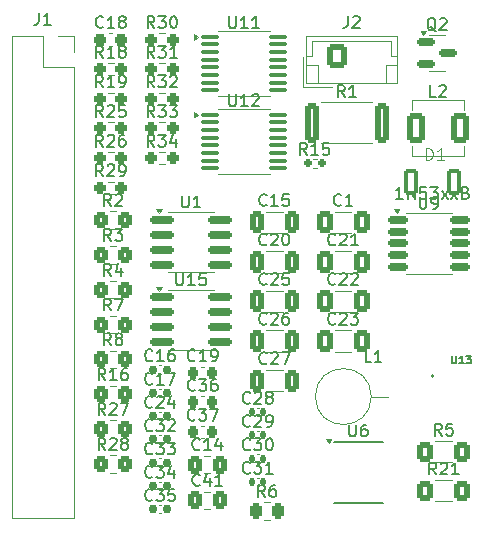
<source format=gbr>
%TF.GenerationSoftware,KiCad,Pcbnew,9.0.0*%
%TF.CreationDate,2025-03-26T08:11:03+02:00*%
%TF.ProjectId,EEE3088F Micromouse Design,45454533-3038-4384-9620-4d6963726f6d,rev?*%
%TF.SameCoordinates,Original*%
%TF.FileFunction,Legend,Top*%
%TF.FilePolarity,Positive*%
%FSLAX46Y46*%
G04 Gerber Fmt 4.6, Leading zero omitted, Abs format (unit mm)*
G04 Created by KiCad (PCBNEW 9.0.0) date 2025-03-26 08:11:03*
%MOMM*%
%LPD*%
G01*
G04 APERTURE LIST*
G04 Aperture macros list*
%AMRoundRect*
0 Rectangle with rounded corners*
0 $1 Rounding radius*
0 $2 $3 $4 $5 $6 $7 $8 $9 X,Y pos of 4 corners*
0 Add a 4 corners polygon primitive as box body*
4,1,4,$2,$3,$4,$5,$6,$7,$8,$9,$2,$3,0*
0 Add four circle primitives for the rounded corners*
1,1,$1+$1,$2,$3*
1,1,$1+$1,$4,$5*
1,1,$1+$1,$6,$7*
1,1,$1+$1,$8,$9*
0 Add four rect primitives between the rounded corners*
20,1,$1+$1,$2,$3,$4,$5,0*
20,1,$1+$1,$4,$5,$6,$7,0*
20,1,$1+$1,$6,$7,$8,$9,0*
20,1,$1+$1,$8,$9,$2,$3,0*%
G04 Aperture macros list end*
%ADD10C,0.150000*%
%ADD11C,0.100000*%
%ADD12C,0.120000*%
%ADD13C,0.200000*%
%ADD14C,0.010000*%
%ADD15RoundRect,0.150000X-0.825000X-0.150000X0.825000X-0.150000X0.825000X0.150000X-0.825000X0.150000X0*%
%ADD16R,2.410000X3.300000*%
%ADD17RoundRect,0.100000X-0.637500X-0.100000X0.637500X-0.100000X0.637500X0.100000X-0.637500X0.100000X0*%
%ADD18RoundRect,0.150000X-0.687500X-0.150000X0.687500X-0.150000X0.687500X0.150000X-0.687500X0.150000X0*%
%ADD19R,2.100000X3.300000*%
%ADD20R,1.550000X0.600000*%
%ADD21R,2.600000X3.100000*%
%ADD22RoundRect,0.237500X-0.250000X-0.237500X0.250000X-0.237500X0.250000X0.237500X-0.250000X0.237500X0*%
%ADD23RoundRect,0.250000X-0.350000X-0.450000X0.350000X-0.450000X0.350000X0.450000X-0.350000X0.450000X0*%
%ADD24RoundRect,0.250000X-0.400000X-0.625000X0.400000X-0.625000X0.400000X0.625000X-0.400000X0.625000X0*%
%ADD25RoundRect,0.160000X-0.197500X-0.160000X0.197500X-0.160000X0.197500X0.160000X-0.197500X0.160000X0*%
%ADD26RoundRect,0.250000X-0.262500X-0.450000X0.262500X-0.450000X0.262500X0.450000X-0.262500X0.450000X0*%
%ADD27RoundRect,0.250000X-0.362500X-1.425000X0.362500X-1.425000X0.362500X1.425000X-0.362500X1.425000X0*%
%ADD28RoundRect,0.150000X-0.587500X-0.150000X0.587500X-0.150000X0.587500X0.150000X-0.587500X0.150000X0*%
%ADD29RoundRect,0.250001X-0.499999X-0.999999X0.499999X-0.999999X0.499999X0.999999X-0.499999X0.999999X0*%
%ADD30C,2.000000*%
%ADD31O,2.000000X2.000000*%
%ADD32RoundRect,0.250000X-0.600000X-0.750000X0.600000X-0.750000X0.600000X0.750000X-0.600000X0.750000X0*%
%ADD33O,1.700000X2.000000*%
%ADD34R,1.700000X1.700000*%
%ADD35O,1.700000X1.700000*%
%ADD36RoundRect,0.180000X-0.420000X-0.920000X0.420000X-0.920000X0.420000X0.920000X-0.420000X0.920000X0*%
%ADD37RoundRect,0.250000X-0.337500X-0.475000X0.337500X-0.475000X0.337500X0.475000X-0.337500X0.475000X0*%
%ADD38RoundRect,0.225000X-0.225000X-0.250000X0.225000X-0.250000X0.225000X0.250000X-0.225000X0.250000X0*%
%ADD39RoundRect,0.155000X-0.212500X-0.155000X0.212500X-0.155000X0.212500X0.155000X-0.212500X0.155000X0*%
%ADD40RoundRect,0.140000X-0.140000X-0.170000X0.140000X-0.170000X0.140000X0.170000X-0.140000X0.170000X0*%
%ADD41RoundRect,0.250000X-0.325000X-0.650000X0.325000X-0.650000X0.325000X0.650000X-0.325000X0.650000X0*%
%ADD42RoundRect,0.250000X-0.412500X-0.650000X0.412500X-0.650000X0.412500X0.650000X-0.412500X0.650000X0*%
%ADD43RoundRect,0.237500X-0.300000X-0.237500X0.300000X-0.237500X0.300000X0.237500X-0.300000X0.237500X0*%
G04 APERTURE END LIST*
D10*
X75811905Y-94604819D02*
X75811905Y-95414342D01*
X75811905Y-95414342D02*
X75859524Y-95509580D01*
X75859524Y-95509580D02*
X75907143Y-95557200D01*
X75907143Y-95557200D02*
X76002381Y-95604819D01*
X76002381Y-95604819D02*
X76192857Y-95604819D01*
X76192857Y-95604819D02*
X76288095Y-95557200D01*
X76288095Y-95557200D02*
X76335714Y-95509580D01*
X76335714Y-95509580D02*
X76383333Y-95414342D01*
X76383333Y-95414342D02*
X76383333Y-94604819D01*
X77383333Y-95604819D02*
X76811905Y-95604819D01*
X77097619Y-95604819D02*
X77097619Y-94604819D01*
X77097619Y-94604819D02*
X77002381Y-94747676D01*
X77002381Y-94747676D02*
X76907143Y-94842914D01*
X76907143Y-94842914D02*
X76811905Y-94890533D01*
X78288095Y-94604819D02*
X77811905Y-94604819D01*
X77811905Y-94604819D02*
X77764286Y-95081009D01*
X77764286Y-95081009D02*
X77811905Y-95033390D01*
X77811905Y-95033390D02*
X77907143Y-94985771D01*
X77907143Y-94985771D02*
X78145238Y-94985771D01*
X78145238Y-94985771D02*
X78240476Y-95033390D01*
X78240476Y-95033390D02*
X78288095Y-95081009D01*
X78288095Y-95081009D02*
X78335714Y-95176247D01*
X78335714Y-95176247D02*
X78335714Y-95414342D01*
X78335714Y-95414342D02*
X78288095Y-95509580D01*
X78288095Y-95509580D02*
X78240476Y-95557200D01*
X78240476Y-95557200D02*
X78145238Y-95604819D01*
X78145238Y-95604819D02*
X77907143Y-95604819D01*
X77907143Y-95604819D02*
X77811905Y-95557200D01*
X77811905Y-95557200D02*
X77764286Y-95509580D01*
X99144618Y-101581876D02*
X99144618Y-102099971D01*
X99144618Y-102099971D02*
X99175095Y-102160923D01*
X99175095Y-102160923D02*
X99205571Y-102191400D01*
X99205571Y-102191400D02*
X99266523Y-102221876D01*
X99266523Y-102221876D02*
X99388428Y-102221876D01*
X99388428Y-102221876D02*
X99449380Y-102191400D01*
X99449380Y-102191400D02*
X99479857Y-102160923D01*
X99479857Y-102160923D02*
X99510333Y-102099971D01*
X99510333Y-102099971D02*
X99510333Y-101581876D01*
X100150333Y-102221876D02*
X99784618Y-102221876D01*
X99967475Y-102221876D02*
X99967475Y-101581876D01*
X99967475Y-101581876D02*
X99906523Y-101673304D01*
X99906523Y-101673304D02*
X99845571Y-101734257D01*
X99845571Y-101734257D02*
X99784618Y-101764733D01*
X100363666Y-101581876D02*
X100759857Y-101581876D01*
X100759857Y-101581876D02*
X100546523Y-101825685D01*
X100546523Y-101825685D02*
X100637952Y-101825685D01*
X100637952Y-101825685D02*
X100698904Y-101856161D01*
X100698904Y-101856161D02*
X100729380Y-101886638D01*
X100729380Y-101886638D02*
X100759857Y-101947590D01*
X100759857Y-101947590D02*
X100759857Y-102099971D01*
X100759857Y-102099971D02*
X100729380Y-102160923D01*
X100729380Y-102160923D02*
X100698904Y-102191400D01*
X100698904Y-102191400D02*
X100637952Y-102221876D01*
X100637952Y-102221876D02*
X100455095Y-102221876D01*
X100455095Y-102221876D02*
X100394142Y-102191400D01*
X100394142Y-102191400D02*
X100363666Y-102160923D01*
X80286905Y-79444819D02*
X80286905Y-80254342D01*
X80286905Y-80254342D02*
X80334524Y-80349580D01*
X80334524Y-80349580D02*
X80382143Y-80397200D01*
X80382143Y-80397200D02*
X80477381Y-80444819D01*
X80477381Y-80444819D02*
X80667857Y-80444819D01*
X80667857Y-80444819D02*
X80763095Y-80397200D01*
X80763095Y-80397200D02*
X80810714Y-80349580D01*
X80810714Y-80349580D02*
X80858333Y-80254342D01*
X80858333Y-80254342D02*
X80858333Y-79444819D01*
X81858333Y-80444819D02*
X81286905Y-80444819D01*
X81572619Y-80444819D02*
X81572619Y-79444819D01*
X81572619Y-79444819D02*
X81477381Y-79587676D01*
X81477381Y-79587676D02*
X81382143Y-79682914D01*
X81382143Y-79682914D02*
X81286905Y-79730533D01*
X82239286Y-79540057D02*
X82286905Y-79492438D01*
X82286905Y-79492438D02*
X82382143Y-79444819D01*
X82382143Y-79444819D02*
X82620238Y-79444819D01*
X82620238Y-79444819D02*
X82715476Y-79492438D01*
X82715476Y-79492438D02*
X82763095Y-79540057D01*
X82763095Y-79540057D02*
X82810714Y-79635295D01*
X82810714Y-79635295D02*
X82810714Y-79730533D01*
X82810714Y-79730533D02*
X82763095Y-79873390D01*
X82763095Y-79873390D02*
X82191667Y-80444819D01*
X82191667Y-80444819D02*
X82810714Y-80444819D01*
X80286905Y-72854819D02*
X80286905Y-73664342D01*
X80286905Y-73664342D02*
X80334524Y-73759580D01*
X80334524Y-73759580D02*
X80382143Y-73807200D01*
X80382143Y-73807200D02*
X80477381Y-73854819D01*
X80477381Y-73854819D02*
X80667857Y-73854819D01*
X80667857Y-73854819D02*
X80763095Y-73807200D01*
X80763095Y-73807200D02*
X80810714Y-73759580D01*
X80810714Y-73759580D02*
X80858333Y-73664342D01*
X80858333Y-73664342D02*
X80858333Y-72854819D01*
X81858333Y-73854819D02*
X81286905Y-73854819D01*
X81572619Y-73854819D02*
X81572619Y-72854819D01*
X81572619Y-72854819D02*
X81477381Y-72997676D01*
X81477381Y-72997676D02*
X81382143Y-73092914D01*
X81382143Y-73092914D02*
X81286905Y-73140533D01*
X82810714Y-73854819D02*
X82239286Y-73854819D01*
X82525000Y-73854819D02*
X82525000Y-72854819D01*
X82525000Y-72854819D02*
X82429762Y-72997676D01*
X82429762Y-72997676D02*
X82334524Y-73092914D01*
X82334524Y-73092914D02*
X82239286Y-73140533D01*
X96418095Y-88119819D02*
X96418095Y-88929342D01*
X96418095Y-88929342D02*
X96465714Y-89024580D01*
X96465714Y-89024580D02*
X96513333Y-89072200D01*
X96513333Y-89072200D02*
X96608571Y-89119819D01*
X96608571Y-89119819D02*
X96799047Y-89119819D01*
X96799047Y-89119819D02*
X96894285Y-89072200D01*
X96894285Y-89072200D02*
X96941904Y-89024580D01*
X96941904Y-89024580D02*
X96989523Y-88929342D01*
X96989523Y-88929342D02*
X96989523Y-88119819D01*
X97513333Y-89119819D02*
X97703809Y-89119819D01*
X97703809Y-89119819D02*
X97799047Y-89072200D01*
X97799047Y-89072200D02*
X97846666Y-89024580D01*
X97846666Y-89024580D02*
X97941904Y-88881723D01*
X97941904Y-88881723D02*
X97989523Y-88691247D01*
X97989523Y-88691247D02*
X97989523Y-88310295D01*
X97989523Y-88310295D02*
X97941904Y-88215057D01*
X97941904Y-88215057D02*
X97894285Y-88167438D01*
X97894285Y-88167438D02*
X97799047Y-88119819D01*
X97799047Y-88119819D02*
X97608571Y-88119819D01*
X97608571Y-88119819D02*
X97513333Y-88167438D01*
X97513333Y-88167438D02*
X97465714Y-88215057D01*
X97465714Y-88215057D02*
X97418095Y-88310295D01*
X97418095Y-88310295D02*
X97418095Y-88548390D01*
X97418095Y-88548390D02*
X97465714Y-88643628D01*
X97465714Y-88643628D02*
X97513333Y-88691247D01*
X97513333Y-88691247D02*
X97608571Y-88738866D01*
X97608571Y-88738866D02*
X97799047Y-88738866D01*
X97799047Y-88738866D02*
X97894285Y-88691247D01*
X97894285Y-88691247D02*
X97941904Y-88643628D01*
X97941904Y-88643628D02*
X97989523Y-88548390D01*
X90438095Y-107409819D02*
X90438095Y-108219342D01*
X90438095Y-108219342D02*
X90485714Y-108314580D01*
X90485714Y-108314580D02*
X90533333Y-108362200D01*
X90533333Y-108362200D02*
X90628571Y-108409819D01*
X90628571Y-108409819D02*
X90819047Y-108409819D01*
X90819047Y-108409819D02*
X90914285Y-108362200D01*
X90914285Y-108362200D02*
X90961904Y-108314580D01*
X90961904Y-108314580D02*
X91009523Y-108219342D01*
X91009523Y-108219342D02*
X91009523Y-107409819D01*
X91914285Y-107409819D02*
X91723809Y-107409819D01*
X91723809Y-107409819D02*
X91628571Y-107457438D01*
X91628571Y-107457438D02*
X91580952Y-107505057D01*
X91580952Y-107505057D02*
X91485714Y-107647914D01*
X91485714Y-107647914D02*
X91438095Y-107838390D01*
X91438095Y-107838390D02*
X91438095Y-108219342D01*
X91438095Y-108219342D02*
X91485714Y-108314580D01*
X91485714Y-108314580D02*
X91533333Y-108362200D01*
X91533333Y-108362200D02*
X91628571Y-108409819D01*
X91628571Y-108409819D02*
X91819047Y-108409819D01*
X91819047Y-108409819D02*
X91914285Y-108362200D01*
X91914285Y-108362200D02*
X91961904Y-108314580D01*
X91961904Y-108314580D02*
X92009523Y-108219342D01*
X92009523Y-108219342D02*
X92009523Y-107981247D01*
X92009523Y-107981247D02*
X91961904Y-107886009D01*
X91961904Y-107886009D02*
X91914285Y-107838390D01*
X91914285Y-107838390D02*
X91819047Y-107790771D01*
X91819047Y-107790771D02*
X91628571Y-107790771D01*
X91628571Y-107790771D02*
X91533333Y-107838390D01*
X91533333Y-107838390D02*
X91485714Y-107886009D01*
X91485714Y-107886009D02*
X91438095Y-107981247D01*
X76288095Y-88024819D02*
X76288095Y-88834342D01*
X76288095Y-88834342D02*
X76335714Y-88929580D01*
X76335714Y-88929580D02*
X76383333Y-88977200D01*
X76383333Y-88977200D02*
X76478571Y-89024819D01*
X76478571Y-89024819D02*
X76669047Y-89024819D01*
X76669047Y-89024819D02*
X76764285Y-88977200D01*
X76764285Y-88977200D02*
X76811904Y-88929580D01*
X76811904Y-88929580D02*
X76859523Y-88834342D01*
X76859523Y-88834342D02*
X76859523Y-88024819D01*
X77859523Y-89024819D02*
X77288095Y-89024819D01*
X77573809Y-89024819D02*
X77573809Y-88024819D01*
X77573809Y-88024819D02*
X77478571Y-88167676D01*
X77478571Y-88167676D02*
X77383333Y-88262914D01*
X77383333Y-88262914D02*
X77288095Y-88310533D01*
X73957142Y-83874819D02*
X73623809Y-83398628D01*
X73385714Y-83874819D02*
X73385714Y-82874819D01*
X73385714Y-82874819D02*
X73766666Y-82874819D01*
X73766666Y-82874819D02*
X73861904Y-82922438D01*
X73861904Y-82922438D02*
X73909523Y-82970057D01*
X73909523Y-82970057D02*
X73957142Y-83065295D01*
X73957142Y-83065295D02*
X73957142Y-83208152D01*
X73957142Y-83208152D02*
X73909523Y-83303390D01*
X73909523Y-83303390D02*
X73861904Y-83351009D01*
X73861904Y-83351009D02*
X73766666Y-83398628D01*
X73766666Y-83398628D02*
X73385714Y-83398628D01*
X74290476Y-82874819D02*
X74909523Y-82874819D01*
X74909523Y-82874819D02*
X74576190Y-83255771D01*
X74576190Y-83255771D02*
X74719047Y-83255771D01*
X74719047Y-83255771D02*
X74814285Y-83303390D01*
X74814285Y-83303390D02*
X74861904Y-83351009D01*
X74861904Y-83351009D02*
X74909523Y-83446247D01*
X74909523Y-83446247D02*
X74909523Y-83684342D01*
X74909523Y-83684342D02*
X74861904Y-83779580D01*
X74861904Y-83779580D02*
X74814285Y-83827200D01*
X74814285Y-83827200D02*
X74719047Y-83874819D01*
X74719047Y-83874819D02*
X74433333Y-83874819D01*
X74433333Y-83874819D02*
X74338095Y-83827200D01*
X74338095Y-83827200D02*
X74290476Y-83779580D01*
X75766666Y-83208152D02*
X75766666Y-83874819D01*
X75528571Y-82827200D02*
X75290476Y-83541485D01*
X75290476Y-83541485D02*
X75909523Y-83541485D01*
X73957142Y-81364819D02*
X73623809Y-80888628D01*
X73385714Y-81364819D02*
X73385714Y-80364819D01*
X73385714Y-80364819D02*
X73766666Y-80364819D01*
X73766666Y-80364819D02*
X73861904Y-80412438D01*
X73861904Y-80412438D02*
X73909523Y-80460057D01*
X73909523Y-80460057D02*
X73957142Y-80555295D01*
X73957142Y-80555295D02*
X73957142Y-80698152D01*
X73957142Y-80698152D02*
X73909523Y-80793390D01*
X73909523Y-80793390D02*
X73861904Y-80841009D01*
X73861904Y-80841009D02*
X73766666Y-80888628D01*
X73766666Y-80888628D02*
X73385714Y-80888628D01*
X74290476Y-80364819D02*
X74909523Y-80364819D01*
X74909523Y-80364819D02*
X74576190Y-80745771D01*
X74576190Y-80745771D02*
X74719047Y-80745771D01*
X74719047Y-80745771D02*
X74814285Y-80793390D01*
X74814285Y-80793390D02*
X74861904Y-80841009D01*
X74861904Y-80841009D02*
X74909523Y-80936247D01*
X74909523Y-80936247D02*
X74909523Y-81174342D01*
X74909523Y-81174342D02*
X74861904Y-81269580D01*
X74861904Y-81269580D02*
X74814285Y-81317200D01*
X74814285Y-81317200D02*
X74719047Y-81364819D01*
X74719047Y-81364819D02*
X74433333Y-81364819D01*
X74433333Y-81364819D02*
X74338095Y-81317200D01*
X74338095Y-81317200D02*
X74290476Y-81269580D01*
X75242857Y-80364819D02*
X75861904Y-80364819D01*
X75861904Y-80364819D02*
X75528571Y-80745771D01*
X75528571Y-80745771D02*
X75671428Y-80745771D01*
X75671428Y-80745771D02*
X75766666Y-80793390D01*
X75766666Y-80793390D02*
X75814285Y-80841009D01*
X75814285Y-80841009D02*
X75861904Y-80936247D01*
X75861904Y-80936247D02*
X75861904Y-81174342D01*
X75861904Y-81174342D02*
X75814285Y-81269580D01*
X75814285Y-81269580D02*
X75766666Y-81317200D01*
X75766666Y-81317200D02*
X75671428Y-81364819D01*
X75671428Y-81364819D02*
X75385714Y-81364819D01*
X75385714Y-81364819D02*
X75290476Y-81317200D01*
X75290476Y-81317200D02*
X75242857Y-81269580D01*
X73957142Y-78854819D02*
X73623809Y-78378628D01*
X73385714Y-78854819D02*
X73385714Y-77854819D01*
X73385714Y-77854819D02*
X73766666Y-77854819D01*
X73766666Y-77854819D02*
X73861904Y-77902438D01*
X73861904Y-77902438D02*
X73909523Y-77950057D01*
X73909523Y-77950057D02*
X73957142Y-78045295D01*
X73957142Y-78045295D02*
X73957142Y-78188152D01*
X73957142Y-78188152D02*
X73909523Y-78283390D01*
X73909523Y-78283390D02*
X73861904Y-78331009D01*
X73861904Y-78331009D02*
X73766666Y-78378628D01*
X73766666Y-78378628D02*
X73385714Y-78378628D01*
X74290476Y-77854819D02*
X74909523Y-77854819D01*
X74909523Y-77854819D02*
X74576190Y-78235771D01*
X74576190Y-78235771D02*
X74719047Y-78235771D01*
X74719047Y-78235771D02*
X74814285Y-78283390D01*
X74814285Y-78283390D02*
X74861904Y-78331009D01*
X74861904Y-78331009D02*
X74909523Y-78426247D01*
X74909523Y-78426247D02*
X74909523Y-78664342D01*
X74909523Y-78664342D02*
X74861904Y-78759580D01*
X74861904Y-78759580D02*
X74814285Y-78807200D01*
X74814285Y-78807200D02*
X74719047Y-78854819D01*
X74719047Y-78854819D02*
X74433333Y-78854819D01*
X74433333Y-78854819D02*
X74338095Y-78807200D01*
X74338095Y-78807200D02*
X74290476Y-78759580D01*
X75290476Y-77950057D02*
X75338095Y-77902438D01*
X75338095Y-77902438D02*
X75433333Y-77854819D01*
X75433333Y-77854819D02*
X75671428Y-77854819D01*
X75671428Y-77854819D02*
X75766666Y-77902438D01*
X75766666Y-77902438D02*
X75814285Y-77950057D01*
X75814285Y-77950057D02*
X75861904Y-78045295D01*
X75861904Y-78045295D02*
X75861904Y-78140533D01*
X75861904Y-78140533D02*
X75814285Y-78283390D01*
X75814285Y-78283390D02*
X75242857Y-78854819D01*
X75242857Y-78854819D02*
X75861904Y-78854819D01*
X73957142Y-76344819D02*
X73623809Y-75868628D01*
X73385714Y-76344819D02*
X73385714Y-75344819D01*
X73385714Y-75344819D02*
X73766666Y-75344819D01*
X73766666Y-75344819D02*
X73861904Y-75392438D01*
X73861904Y-75392438D02*
X73909523Y-75440057D01*
X73909523Y-75440057D02*
X73957142Y-75535295D01*
X73957142Y-75535295D02*
X73957142Y-75678152D01*
X73957142Y-75678152D02*
X73909523Y-75773390D01*
X73909523Y-75773390D02*
X73861904Y-75821009D01*
X73861904Y-75821009D02*
X73766666Y-75868628D01*
X73766666Y-75868628D02*
X73385714Y-75868628D01*
X74290476Y-75344819D02*
X74909523Y-75344819D01*
X74909523Y-75344819D02*
X74576190Y-75725771D01*
X74576190Y-75725771D02*
X74719047Y-75725771D01*
X74719047Y-75725771D02*
X74814285Y-75773390D01*
X74814285Y-75773390D02*
X74861904Y-75821009D01*
X74861904Y-75821009D02*
X74909523Y-75916247D01*
X74909523Y-75916247D02*
X74909523Y-76154342D01*
X74909523Y-76154342D02*
X74861904Y-76249580D01*
X74861904Y-76249580D02*
X74814285Y-76297200D01*
X74814285Y-76297200D02*
X74719047Y-76344819D01*
X74719047Y-76344819D02*
X74433333Y-76344819D01*
X74433333Y-76344819D02*
X74338095Y-76297200D01*
X74338095Y-76297200D02*
X74290476Y-76249580D01*
X75861904Y-76344819D02*
X75290476Y-76344819D01*
X75576190Y-76344819D02*
X75576190Y-75344819D01*
X75576190Y-75344819D02*
X75480952Y-75487676D01*
X75480952Y-75487676D02*
X75385714Y-75582914D01*
X75385714Y-75582914D02*
X75290476Y-75630533D01*
X73957142Y-73834819D02*
X73623809Y-73358628D01*
X73385714Y-73834819D02*
X73385714Y-72834819D01*
X73385714Y-72834819D02*
X73766666Y-72834819D01*
X73766666Y-72834819D02*
X73861904Y-72882438D01*
X73861904Y-72882438D02*
X73909523Y-72930057D01*
X73909523Y-72930057D02*
X73957142Y-73025295D01*
X73957142Y-73025295D02*
X73957142Y-73168152D01*
X73957142Y-73168152D02*
X73909523Y-73263390D01*
X73909523Y-73263390D02*
X73861904Y-73311009D01*
X73861904Y-73311009D02*
X73766666Y-73358628D01*
X73766666Y-73358628D02*
X73385714Y-73358628D01*
X74290476Y-72834819D02*
X74909523Y-72834819D01*
X74909523Y-72834819D02*
X74576190Y-73215771D01*
X74576190Y-73215771D02*
X74719047Y-73215771D01*
X74719047Y-73215771D02*
X74814285Y-73263390D01*
X74814285Y-73263390D02*
X74861904Y-73311009D01*
X74861904Y-73311009D02*
X74909523Y-73406247D01*
X74909523Y-73406247D02*
X74909523Y-73644342D01*
X74909523Y-73644342D02*
X74861904Y-73739580D01*
X74861904Y-73739580D02*
X74814285Y-73787200D01*
X74814285Y-73787200D02*
X74719047Y-73834819D01*
X74719047Y-73834819D02*
X74433333Y-73834819D01*
X74433333Y-73834819D02*
X74338095Y-73787200D01*
X74338095Y-73787200D02*
X74290476Y-73739580D01*
X75528571Y-72834819D02*
X75623809Y-72834819D01*
X75623809Y-72834819D02*
X75719047Y-72882438D01*
X75719047Y-72882438D02*
X75766666Y-72930057D01*
X75766666Y-72930057D02*
X75814285Y-73025295D01*
X75814285Y-73025295D02*
X75861904Y-73215771D01*
X75861904Y-73215771D02*
X75861904Y-73453866D01*
X75861904Y-73453866D02*
X75814285Y-73644342D01*
X75814285Y-73644342D02*
X75766666Y-73739580D01*
X75766666Y-73739580D02*
X75719047Y-73787200D01*
X75719047Y-73787200D02*
X75623809Y-73834819D01*
X75623809Y-73834819D02*
X75528571Y-73834819D01*
X75528571Y-73834819D02*
X75433333Y-73787200D01*
X75433333Y-73787200D02*
X75385714Y-73739580D01*
X75385714Y-73739580D02*
X75338095Y-73644342D01*
X75338095Y-73644342D02*
X75290476Y-73453866D01*
X75290476Y-73453866D02*
X75290476Y-73215771D01*
X75290476Y-73215771D02*
X75338095Y-73025295D01*
X75338095Y-73025295D02*
X75385714Y-72930057D01*
X75385714Y-72930057D02*
X75433333Y-72882438D01*
X75433333Y-72882438D02*
X75528571Y-72834819D01*
X69607142Y-86384819D02*
X69273809Y-85908628D01*
X69035714Y-86384819D02*
X69035714Y-85384819D01*
X69035714Y-85384819D02*
X69416666Y-85384819D01*
X69416666Y-85384819D02*
X69511904Y-85432438D01*
X69511904Y-85432438D02*
X69559523Y-85480057D01*
X69559523Y-85480057D02*
X69607142Y-85575295D01*
X69607142Y-85575295D02*
X69607142Y-85718152D01*
X69607142Y-85718152D02*
X69559523Y-85813390D01*
X69559523Y-85813390D02*
X69511904Y-85861009D01*
X69511904Y-85861009D02*
X69416666Y-85908628D01*
X69416666Y-85908628D02*
X69035714Y-85908628D01*
X69988095Y-85480057D02*
X70035714Y-85432438D01*
X70035714Y-85432438D02*
X70130952Y-85384819D01*
X70130952Y-85384819D02*
X70369047Y-85384819D01*
X70369047Y-85384819D02*
X70464285Y-85432438D01*
X70464285Y-85432438D02*
X70511904Y-85480057D01*
X70511904Y-85480057D02*
X70559523Y-85575295D01*
X70559523Y-85575295D02*
X70559523Y-85670533D01*
X70559523Y-85670533D02*
X70511904Y-85813390D01*
X70511904Y-85813390D02*
X69940476Y-86384819D01*
X69940476Y-86384819D02*
X70559523Y-86384819D01*
X71035714Y-86384819D02*
X71226190Y-86384819D01*
X71226190Y-86384819D02*
X71321428Y-86337200D01*
X71321428Y-86337200D02*
X71369047Y-86289580D01*
X71369047Y-86289580D02*
X71464285Y-86146723D01*
X71464285Y-86146723D02*
X71511904Y-85956247D01*
X71511904Y-85956247D02*
X71511904Y-85575295D01*
X71511904Y-85575295D02*
X71464285Y-85480057D01*
X71464285Y-85480057D02*
X71416666Y-85432438D01*
X71416666Y-85432438D02*
X71321428Y-85384819D01*
X71321428Y-85384819D02*
X71130952Y-85384819D01*
X71130952Y-85384819D02*
X71035714Y-85432438D01*
X71035714Y-85432438D02*
X70988095Y-85480057D01*
X70988095Y-85480057D02*
X70940476Y-85575295D01*
X70940476Y-85575295D02*
X70940476Y-85813390D01*
X70940476Y-85813390D02*
X70988095Y-85908628D01*
X70988095Y-85908628D02*
X71035714Y-85956247D01*
X71035714Y-85956247D02*
X71130952Y-86003866D01*
X71130952Y-86003866D02*
X71321428Y-86003866D01*
X71321428Y-86003866D02*
X71416666Y-85956247D01*
X71416666Y-85956247D02*
X71464285Y-85908628D01*
X71464285Y-85908628D02*
X71511904Y-85813390D01*
X69807142Y-109544819D02*
X69473809Y-109068628D01*
X69235714Y-109544819D02*
X69235714Y-108544819D01*
X69235714Y-108544819D02*
X69616666Y-108544819D01*
X69616666Y-108544819D02*
X69711904Y-108592438D01*
X69711904Y-108592438D02*
X69759523Y-108640057D01*
X69759523Y-108640057D02*
X69807142Y-108735295D01*
X69807142Y-108735295D02*
X69807142Y-108878152D01*
X69807142Y-108878152D02*
X69759523Y-108973390D01*
X69759523Y-108973390D02*
X69711904Y-109021009D01*
X69711904Y-109021009D02*
X69616666Y-109068628D01*
X69616666Y-109068628D02*
X69235714Y-109068628D01*
X70188095Y-108640057D02*
X70235714Y-108592438D01*
X70235714Y-108592438D02*
X70330952Y-108544819D01*
X70330952Y-108544819D02*
X70569047Y-108544819D01*
X70569047Y-108544819D02*
X70664285Y-108592438D01*
X70664285Y-108592438D02*
X70711904Y-108640057D01*
X70711904Y-108640057D02*
X70759523Y-108735295D01*
X70759523Y-108735295D02*
X70759523Y-108830533D01*
X70759523Y-108830533D02*
X70711904Y-108973390D01*
X70711904Y-108973390D02*
X70140476Y-109544819D01*
X70140476Y-109544819D02*
X70759523Y-109544819D01*
X71330952Y-108973390D02*
X71235714Y-108925771D01*
X71235714Y-108925771D02*
X71188095Y-108878152D01*
X71188095Y-108878152D02*
X71140476Y-108782914D01*
X71140476Y-108782914D02*
X71140476Y-108735295D01*
X71140476Y-108735295D02*
X71188095Y-108640057D01*
X71188095Y-108640057D02*
X71235714Y-108592438D01*
X71235714Y-108592438D02*
X71330952Y-108544819D01*
X71330952Y-108544819D02*
X71521428Y-108544819D01*
X71521428Y-108544819D02*
X71616666Y-108592438D01*
X71616666Y-108592438D02*
X71664285Y-108640057D01*
X71664285Y-108640057D02*
X71711904Y-108735295D01*
X71711904Y-108735295D02*
X71711904Y-108782914D01*
X71711904Y-108782914D02*
X71664285Y-108878152D01*
X71664285Y-108878152D02*
X71616666Y-108925771D01*
X71616666Y-108925771D02*
X71521428Y-108973390D01*
X71521428Y-108973390D02*
X71330952Y-108973390D01*
X71330952Y-108973390D02*
X71235714Y-109021009D01*
X71235714Y-109021009D02*
X71188095Y-109068628D01*
X71188095Y-109068628D02*
X71140476Y-109163866D01*
X71140476Y-109163866D02*
X71140476Y-109354342D01*
X71140476Y-109354342D02*
X71188095Y-109449580D01*
X71188095Y-109449580D02*
X71235714Y-109497200D01*
X71235714Y-109497200D02*
X71330952Y-109544819D01*
X71330952Y-109544819D02*
X71521428Y-109544819D01*
X71521428Y-109544819D02*
X71616666Y-109497200D01*
X71616666Y-109497200D02*
X71664285Y-109449580D01*
X71664285Y-109449580D02*
X71711904Y-109354342D01*
X71711904Y-109354342D02*
X71711904Y-109163866D01*
X71711904Y-109163866D02*
X71664285Y-109068628D01*
X71664285Y-109068628D02*
X71616666Y-109021009D01*
X71616666Y-109021009D02*
X71521428Y-108973390D01*
X69807142Y-106594819D02*
X69473809Y-106118628D01*
X69235714Y-106594819D02*
X69235714Y-105594819D01*
X69235714Y-105594819D02*
X69616666Y-105594819D01*
X69616666Y-105594819D02*
X69711904Y-105642438D01*
X69711904Y-105642438D02*
X69759523Y-105690057D01*
X69759523Y-105690057D02*
X69807142Y-105785295D01*
X69807142Y-105785295D02*
X69807142Y-105928152D01*
X69807142Y-105928152D02*
X69759523Y-106023390D01*
X69759523Y-106023390D02*
X69711904Y-106071009D01*
X69711904Y-106071009D02*
X69616666Y-106118628D01*
X69616666Y-106118628D02*
X69235714Y-106118628D01*
X70188095Y-105690057D02*
X70235714Y-105642438D01*
X70235714Y-105642438D02*
X70330952Y-105594819D01*
X70330952Y-105594819D02*
X70569047Y-105594819D01*
X70569047Y-105594819D02*
X70664285Y-105642438D01*
X70664285Y-105642438D02*
X70711904Y-105690057D01*
X70711904Y-105690057D02*
X70759523Y-105785295D01*
X70759523Y-105785295D02*
X70759523Y-105880533D01*
X70759523Y-105880533D02*
X70711904Y-106023390D01*
X70711904Y-106023390D02*
X70140476Y-106594819D01*
X70140476Y-106594819D02*
X70759523Y-106594819D01*
X71092857Y-105594819D02*
X71759523Y-105594819D01*
X71759523Y-105594819D02*
X71330952Y-106594819D01*
X69607142Y-83874819D02*
X69273809Y-83398628D01*
X69035714Y-83874819D02*
X69035714Y-82874819D01*
X69035714Y-82874819D02*
X69416666Y-82874819D01*
X69416666Y-82874819D02*
X69511904Y-82922438D01*
X69511904Y-82922438D02*
X69559523Y-82970057D01*
X69559523Y-82970057D02*
X69607142Y-83065295D01*
X69607142Y-83065295D02*
X69607142Y-83208152D01*
X69607142Y-83208152D02*
X69559523Y-83303390D01*
X69559523Y-83303390D02*
X69511904Y-83351009D01*
X69511904Y-83351009D02*
X69416666Y-83398628D01*
X69416666Y-83398628D02*
X69035714Y-83398628D01*
X69988095Y-82970057D02*
X70035714Y-82922438D01*
X70035714Y-82922438D02*
X70130952Y-82874819D01*
X70130952Y-82874819D02*
X70369047Y-82874819D01*
X70369047Y-82874819D02*
X70464285Y-82922438D01*
X70464285Y-82922438D02*
X70511904Y-82970057D01*
X70511904Y-82970057D02*
X70559523Y-83065295D01*
X70559523Y-83065295D02*
X70559523Y-83160533D01*
X70559523Y-83160533D02*
X70511904Y-83303390D01*
X70511904Y-83303390D02*
X69940476Y-83874819D01*
X69940476Y-83874819D02*
X70559523Y-83874819D01*
X71416666Y-82874819D02*
X71226190Y-82874819D01*
X71226190Y-82874819D02*
X71130952Y-82922438D01*
X71130952Y-82922438D02*
X71083333Y-82970057D01*
X71083333Y-82970057D02*
X70988095Y-83112914D01*
X70988095Y-83112914D02*
X70940476Y-83303390D01*
X70940476Y-83303390D02*
X70940476Y-83684342D01*
X70940476Y-83684342D02*
X70988095Y-83779580D01*
X70988095Y-83779580D02*
X71035714Y-83827200D01*
X71035714Y-83827200D02*
X71130952Y-83874819D01*
X71130952Y-83874819D02*
X71321428Y-83874819D01*
X71321428Y-83874819D02*
X71416666Y-83827200D01*
X71416666Y-83827200D02*
X71464285Y-83779580D01*
X71464285Y-83779580D02*
X71511904Y-83684342D01*
X71511904Y-83684342D02*
X71511904Y-83446247D01*
X71511904Y-83446247D02*
X71464285Y-83351009D01*
X71464285Y-83351009D02*
X71416666Y-83303390D01*
X71416666Y-83303390D02*
X71321428Y-83255771D01*
X71321428Y-83255771D02*
X71130952Y-83255771D01*
X71130952Y-83255771D02*
X71035714Y-83303390D01*
X71035714Y-83303390D02*
X70988095Y-83351009D01*
X70988095Y-83351009D02*
X70940476Y-83446247D01*
X69607142Y-81364819D02*
X69273809Y-80888628D01*
X69035714Y-81364819D02*
X69035714Y-80364819D01*
X69035714Y-80364819D02*
X69416666Y-80364819D01*
X69416666Y-80364819D02*
X69511904Y-80412438D01*
X69511904Y-80412438D02*
X69559523Y-80460057D01*
X69559523Y-80460057D02*
X69607142Y-80555295D01*
X69607142Y-80555295D02*
X69607142Y-80698152D01*
X69607142Y-80698152D02*
X69559523Y-80793390D01*
X69559523Y-80793390D02*
X69511904Y-80841009D01*
X69511904Y-80841009D02*
X69416666Y-80888628D01*
X69416666Y-80888628D02*
X69035714Y-80888628D01*
X69988095Y-80460057D02*
X70035714Y-80412438D01*
X70035714Y-80412438D02*
X70130952Y-80364819D01*
X70130952Y-80364819D02*
X70369047Y-80364819D01*
X70369047Y-80364819D02*
X70464285Y-80412438D01*
X70464285Y-80412438D02*
X70511904Y-80460057D01*
X70511904Y-80460057D02*
X70559523Y-80555295D01*
X70559523Y-80555295D02*
X70559523Y-80650533D01*
X70559523Y-80650533D02*
X70511904Y-80793390D01*
X70511904Y-80793390D02*
X69940476Y-81364819D01*
X69940476Y-81364819D02*
X70559523Y-81364819D01*
X71464285Y-80364819D02*
X70988095Y-80364819D01*
X70988095Y-80364819D02*
X70940476Y-80841009D01*
X70940476Y-80841009D02*
X70988095Y-80793390D01*
X70988095Y-80793390D02*
X71083333Y-80745771D01*
X71083333Y-80745771D02*
X71321428Y-80745771D01*
X71321428Y-80745771D02*
X71416666Y-80793390D01*
X71416666Y-80793390D02*
X71464285Y-80841009D01*
X71464285Y-80841009D02*
X71511904Y-80936247D01*
X71511904Y-80936247D02*
X71511904Y-81174342D01*
X71511904Y-81174342D02*
X71464285Y-81269580D01*
X71464285Y-81269580D02*
X71416666Y-81317200D01*
X71416666Y-81317200D02*
X71321428Y-81364819D01*
X71321428Y-81364819D02*
X71083333Y-81364819D01*
X71083333Y-81364819D02*
X70988095Y-81317200D01*
X70988095Y-81317200D02*
X70940476Y-81269580D01*
X97807142Y-111634819D02*
X97473809Y-111158628D01*
X97235714Y-111634819D02*
X97235714Y-110634819D01*
X97235714Y-110634819D02*
X97616666Y-110634819D01*
X97616666Y-110634819D02*
X97711904Y-110682438D01*
X97711904Y-110682438D02*
X97759523Y-110730057D01*
X97759523Y-110730057D02*
X97807142Y-110825295D01*
X97807142Y-110825295D02*
X97807142Y-110968152D01*
X97807142Y-110968152D02*
X97759523Y-111063390D01*
X97759523Y-111063390D02*
X97711904Y-111111009D01*
X97711904Y-111111009D02*
X97616666Y-111158628D01*
X97616666Y-111158628D02*
X97235714Y-111158628D01*
X98188095Y-110730057D02*
X98235714Y-110682438D01*
X98235714Y-110682438D02*
X98330952Y-110634819D01*
X98330952Y-110634819D02*
X98569047Y-110634819D01*
X98569047Y-110634819D02*
X98664285Y-110682438D01*
X98664285Y-110682438D02*
X98711904Y-110730057D01*
X98711904Y-110730057D02*
X98759523Y-110825295D01*
X98759523Y-110825295D02*
X98759523Y-110920533D01*
X98759523Y-110920533D02*
X98711904Y-111063390D01*
X98711904Y-111063390D02*
X98140476Y-111634819D01*
X98140476Y-111634819D02*
X98759523Y-111634819D01*
X99711904Y-111634819D02*
X99140476Y-111634819D01*
X99426190Y-111634819D02*
X99426190Y-110634819D01*
X99426190Y-110634819D02*
X99330952Y-110777676D01*
X99330952Y-110777676D02*
X99235714Y-110872914D01*
X99235714Y-110872914D02*
X99140476Y-110920533D01*
X69607142Y-78854819D02*
X69273809Y-78378628D01*
X69035714Y-78854819D02*
X69035714Y-77854819D01*
X69035714Y-77854819D02*
X69416666Y-77854819D01*
X69416666Y-77854819D02*
X69511904Y-77902438D01*
X69511904Y-77902438D02*
X69559523Y-77950057D01*
X69559523Y-77950057D02*
X69607142Y-78045295D01*
X69607142Y-78045295D02*
X69607142Y-78188152D01*
X69607142Y-78188152D02*
X69559523Y-78283390D01*
X69559523Y-78283390D02*
X69511904Y-78331009D01*
X69511904Y-78331009D02*
X69416666Y-78378628D01*
X69416666Y-78378628D02*
X69035714Y-78378628D01*
X70559523Y-78854819D02*
X69988095Y-78854819D01*
X70273809Y-78854819D02*
X70273809Y-77854819D01*
X70273809Y-77854819D02*
X70178571Y-77997676D01*
X70178571Y-77997676D02*
X70083333Y-78092914D01*
X70083333Y-78092914D02*
X69988095Y-78140533D01*
X71035714Y-78854819D02*
X71226190Y-78854819D01*
X71226190Y-78854819D02*
X71321428Y-78807200D01*
X71321428Y-78807200D02*
X71369047Y-78759580D01*
X71369047Y-78759580D02*
X71464285Y-78616723D01*
X71464285Y-78616723D02*
X71511904Y-78426247D01*
X71511904Y-78426247D02*
X71511904Y-78045295D01*
X71511904Y-78045295D02*
X71464285Y-77950057D01*
X71464285Y-77950057D02*
X71416666Y-77902438D01*
X71416666Y-77902438D02*
X71321428Y-77854819D01*
X71321428Y-77854819D02*
X71130952Y-77854819D01*
X71130952Y-77854819D02*
X71035714Y-77902438D01*
X71035714Y-77902438D02*
X70988095Y-77950057D01*
X70988095Y-77950057D02*
X70940476Y-78045295D01*
X70940476Y-78045295D02*
X70940476Y-78283390D01*
X70940476Y-78283390D02*
X70988095Y-78378628D01*
X70988095Y-78378628D02*
X71035714Y-78426247D01*
X71035714Y-78426247D02*
X71130952Y-78473866D01*
X71130952Y-78473866D02*
X71321428Y-78473866D01*
X71321428Y-78473866D02*
X71416666Y-78426247D01*
X71416666Y-78426247D02*
X71464285Y-78378628D01*
X71464285Y-78378628D02*
X71511904Y-78283390D01*
X69607142Y-76344819D02*
X69273809Y-75868628D01*
X69035714Y-76344819D02*
X69035714Y-75344819D01*
X69035714Y-75344819D02*
X69416666Y-75344819D01*
X69416666Y-75344819D02*
X69511904Y-75392438D01*
X69511904Y-75392438D02*
X69559523Y-75440057D01*
X69559523Y-75440057D02*
X69607142Y-75535295D01*
X69607142Y-75535295D02*
X69607142Y-75678152D01*
X69607142Y-75678152D02*
X69559523Y-75773390D01*
X69559523Y-75773390D02*
X69511904Y-75821009D01*
X69511904Y-75821009D02*
X69416666Y-75868628D01*
X69416666Y-75868628D02*
X69035714Y-75868628D01*
X70559523Y-76344819D02*
X69988095Y-76344819D01*
X70273809Y-76344819D02*
X70273809Y-75344819D01*
X70273809Y-75344819D02*
X70178571Y-75487676D01*
X70178571Y-75487676D02*
X70083333Y-75582914D01*
X70083333Y-75582914D02*
X69988095Y-75630533D01*
X71130952Y-75773390D02*
X71035714Y-75725771D01*
X71035714Y-75725771D02*
X70988095Y-75678152D01*
X70988095Y-75678152D02*
X70940476Y-75582914D01*
X70940476Y-75582914D02*
X70940476Y-75535295D01*
X70940476Y-75535295D02*
X70988095Y-75440057D01*
X70988095Y-75440057D02*
X71035714Y-75392438D01*
X71035714Y-75392438D02*
X71130952Y-75344819D01*
X71130952Y-75344819D02*
X71321428Y-75344819D01*
X71321428Y-75344819D02*
X71416666Y-75392438D01*
X71416666Y-75392438D02*
X71464285Y-75440057D01*
X71464285Y-75440057D02*
X71511904Y-75535295D01*
X71511904Y-75535295D02*
X71511904Y-75582914D01*
X71511904Y-75582914D02*
X71464285Y-75678152D01*
X71464285Y-75678152D02*
X71416666Y-75725771D01*
X71416666Y-75725771D02*
X71321428Y-75773390D01*
X71321428Y-75773390D02*
X71130952Y-75773390D01*
X71130952Y-75773390D02*
X71035714Y-75821009D01*
X71035714Y-75821009D02*
X70988095Y-75868628D01*
X70988095Y-75868628D02*
X70940476Y-75963866D01*
X70940476Y-75963866D02*
X70940476Y-76154342D01*
X70940476Y-76154342D02*
X70988095Y-76249580D01*
X70988095Y-76249580D02*
X71035714Y-76297200D01*
X71035714Y-76297200D02*
X71130952Y-76344819D01*
X71130952Y-76344819D02*
X71321428Y-76344819D01*
X71321428Y-76344819D02*
X71416666Y-76297200D01*
X71416666Y-76297200D02*
X71464285Y-76249580D01*
X71464285Y-76249580D02*
X71511904Y-76154342D01*
X71511904Y-76154342D02*
X71511904Y-75963866D01*
X71511904Y-75963866D02*
X71464285Y-75868628D01*
X71464285Y-75868628D02*
X71416666Y-75821009D01*
X71416666Y-75821009D02*
X71321428Y-75773390D01*
X69807142Y-103644819D02*
X69473809Y-103168628D01*
X69235714Y-103644819D02*
X69235714Y-102644819D01*
X69235714Y-102644819D02*
X69616666Y-102644819D01*
X69616666Y-102644819D02*
X69711904Y-102692438D01*
X69711904Y-102692438D02*
X69759523Y-102740057D01*
X69759523Y-102740057D02*
X69807142Y-102835295D01*
X69807142Y-102835295D02*
X69807142Y-102978152D01*
X69807142Y-102978152D02*
X69759523Y-103073390D01*
X69759523Y-103073390D02*
X69711904Y-103121009D01*
X69711904Y-103121009D02*
X69616666Y-103168628D01*
X69616666Y-103168628D02*
X69235714Y-103168628D01*
X70759523Y-103644819D02*
X70188095Y-103644819D01*
X70473809Y-103644819D02*
X70473809Y-102644819D01*
X70473809Y-102644819D02*
X70378571Y-102787676D01*
X70378571Y-102787676D02*
X70283333Y-102882914D01*
X70283333Y-102882914D02*
X70188095Y-102930533D01*
X71616666Y-102644819D02*
X71426190Y-102644819D01*
X71426190Y-102644819D02*
X71330952Y-102692438D01*
X71330952Y-102692438D02*
X71283333Y-102740057D01*
X71283333Y-102740057D02*
X71188095Y-102882914D01*
X71188095Y-102882914D02*
X71140476Y-103073390D01*
X71140476Y-103073390D02*
X71140476Y-103454342D01*
X71140476Y-103454342D02*
X71188095Y-103549580D01*
X71188095Y-103549580D02*
X71235714Y-103597200D01*
X71235714Y-103597200D02*
X71330952Y-103644819D01*
X71330952Y-103644819D02*
X71521428Y-103644819D01*
X71521428Y-103644819D02*
X71616666Y-103597200D01*
X71616666Y-103597200D02*
X71664285Y-103549580D01*
X71664285Y-103549580D02*
X71711904Y-103454342D01*
X71711904Y-103454342D02*
X71711904Y-103216247D01*
X71711904Y-103216247D02*
X71664285Y-103121009D01*
X71664285Y-103121009D02*
X71616666Y-103073390D01*
X71616666Y-103073390D02*
X71521428Y-103025771D01*
X71521428Y-103025771D02*
X71330952Y-103025771D01*
X71330952Y-103025771D02*
X71235714Y-103073390D01*
X71235714Y-103073390D02*
X71188095Y-103121009D01*
X71188095Y-103121009D02*
X71140476Y-103216247D01*
X86877142Y-84574819D02*
X86543809Y-84098628D01*
X86305714Y-84574819D02*
X86305714Y-83574819D01*
X86305714Y-83574819D02*
X86686666Y-83574819D01*
X86686666Y-83574819D02*
X86781904Y-83622438D01*
X86781904Y-83622438D02*
X86829523Y-83670057D01*
X86829523Y-83670057D02*
X86877142Y-83765295D01*
X86877142Y-83765295D02*
X86877142Y-83908152D01*
X86877142Y-83908152D02*
X86829523Y-84003390D01*
X86829523Y-84003390D02*
X86781904Y-84051009D01*
X86781904Y-84051009D02*
X86686666Y-84098628D01*
X86686666Y-84098628D02*
X86305714Y-84098628D01*
X87829523Y-84574819D02*
X87258095Y-84574819D01*
X87543809Y-84574819D02*
X87543809Y-83574819D01*
X87543809Y-83574819D02*
X87448571Y-83717676D01*
X87448571Y-83717676D02*
X87353333Y-83812914D01*
X87353333Y-83812914D02*
X87258095Y-83860533D01*
X88734285Y-83574819D02*
X88258095Y-83574819D01*
X88258095Y-83574819D02*
X88210476Y-84051009D01*
X88210476Y-84051009D02*
X88258095Y-84003390D01*
X88258095Y-84003390D02*
X88353333Y-83955771D01*
X88353333Y-83955771D02*
X88591428Y-83955771D01*
X88591428Y-83955771D02*
X88686666Y-84003390D01*
X88686666Y-84003390D02*
X88734285Y-84051009D01*
X88734285Y-84051009D02*
X88781904Y-84146247D01*
X88781904Y-84146247D02*
X88781904Y-84384342D01*
X88781904Y-84384342D02*
X88734285Y-84479580D01*
X88734285Y-84479580D02*
X88686666Y-84527200D01*
X88686666Y-84527200D02*
X88591428Y-84574819D01*
X88591428Y-84574819D02*
X88353333Y-84574819D01*
X88353333Y-84574819D02*
X88258095Y-84527200D01*
X88258095Y-84527200D02*
X88210476Y-84479580D01*
X70283333Y-100694819D02*
X69950000Y-100218628D01*
X69711905Y-100694819D02*
X69711905Y-99694819D01*
X69711905Y-99694819D02*
X70092857Y-99694819D01*
X70092857Y-99694819D02*
X70188095Y-99742438D01*
X70188095Y-99742438D02*
X70235714Y-99790057D01*
X70235714Y-99790057D02*
X70283333Y-99885295D01*
X70283333Y-99885295D02*
X70283333Y-100028152D01*
X70283333Y-100028152D02*
X70235714Y-100123390D01*
X70235714Y-100123390D02*
X70188095Y-100171009D01*
X70188095Y-100171009D02*
X70092857Y-100218628D01*
X70092857Y-100218628D02*
X69711905Y-100218628D01*
X70854762Y-100123390D02*
X70759524Y-100075771D01*
X70759524Y-100075771D02*
X70711905Y-100028152D01*
X70711905Y-100028152D02*
X70664286Y-99932914D01*
X70664286Y-99932914D02*
X70664286Y-99885295D01*
X70664286Y-99885295D02*
X70711905Y-99790057D01*
X70711905Y-99790057D02*
X70759524Y-99742438D01*
X70759524Y-99742438D02*
X70854762Y-99694819D01*
X70854762Y-99694819D02*
X71045238Y-99694819D01*
X71045238Y-99694819D02*
X71140476Y-99742438D01*
X71140476Y-99742438D02*
X71188095Y-99790057D01*
X71188095Y-99790057D02*
X71235714Y-99885295D01*
X71235714Y-99885295D02*
X71235714Y-99932914D01*
X71235714Y-99932914D02*
X71188095Y-100028152D01*
X71188095Y-100028152D02*
X71140476Y-100075771D01*
X71140476Y-100075771D02*
X71045238Y-100123390D01*
X71045238Y-100123390D02*
X70854762Y-100123390D01*
X70854762Y-100123390D02*
X70759524Y-100171009D01*
X70759524Y-100171009D02*
X70711905Y-100218628D01*
X70711905Y-100218628D02*
X70664286Y-100313866D01*
X70664286Y-100313866D02*
X70664286Y-100504342D01*
X70664286Y-100504342D02*
X70711905Y-100599580D01*
X70711905Y-100599580D02*
X70759524Y-100647200D01*
X70759524Y-100647200D02*
X70854762Y-100694819D01*
X70854762Y-100694819D02*
X71045238Y-100694819D01*
X71045238Y-100694819D02*
X71140476Y-100647200D01*
X71140476Y-100647200D02*
X71188095Y-100599580D01*
X71188095Y-100599580D02*
X71235714Y-100504342D01*
X71235714Y-100504342D02*
X71235714Y-100313866D01*
X71235714Y-100313866D02*
X71188095Y-100218628D01*
X71188095Y-100218628D02*
X71140476Y-100171009D01*
X71140476Y-100171009D02*
X71045238Y-100123390D01*
X70283333Y-97744819D02*
X69950000Y-97268628D01*
X69711905Y-97744819D02*
X69711905Y-96744819D01*
X69711905Y-96744819D02*
X70092857Y-96744819D01*
X70092857Y-96744819D02*
X70188095Y-96792438D01*
X70188095Y-96792438D02*
X70235714Y-96840057D01*
X70235714Y-96840057D02*
X70283333Y-96935295D01*
X70283333Y-96935295D02*
X70283333Y-97078152D01*
X70283333Y-97078152D02*
X70235714Y-97173390D01*
X70235714Y-97173390D02*
X70188095Y-97221009D01*
X70188095Y-97221009D02*
X70092857Y-97268628D01*
X70092857Y-97268628D02*
X69711905Y-97268628D01*
X70616667Y-96744819D02*
X71283333Y-96744819D01*
X71283333Y-96744819D02*
X70854762Y-97744819D01*
X83313333Y-113524819D02*
X82980000Y-113048628D01*
X82741905Y-113524819D02*
X82741905Y-112524819D01*
X82741905Y-112524819D02*
X83122857Y-112524819D01*
X83122857Y-112524819D02*
X83218095Y-112572438D01*
X83218095Y-112572438D02*
X83265714Y-112620057D01*
X83265714Y-112620057D02*
X83313333Y-112715295D01*
X83313333Y-112715295D02*
X83313333Y-112858152D01*
X83313333Y-112858152D02*
X83265714Y-112953390D01*
X83265714Y-112953390D02*
X83218095Y-113001009D01*
X83218095Y-113001009D02*
X83122857Y-113048628D01*
X83122857Y-113048628D02*
X82741905Y-113048628D01*
X84170476Y-112524819D02*
X83980000Y-112524819D01*
X83980000Y-112524819D02*
X83884762Y-112572438D01*
X83884762Y-112572438D02*
X83837143Y-112620057D01*
X83837143Y-112620057D02*
X83741905Y-112762914D01*
X83741905Y-112762914D02*
X83694286Y-112953390D01*
X83694286Y-112953390D02*
X83694286Y-113334342D01*
X83694286Y-113334342D02*
X83741905Y-113429580D01*
X83741905Y-113429580D02*
X83789524Y-113477200D01*
X83789524Y-113477200D02*
X83884762Y-113524819D01*
X83884762Y-113524819D02*
X84075238Y-113524819D01*
X84075238Y-113524819D02*
X84170476Y-113477200D01*
X84170476Y-113477200D02*
X84218095Y-113429580D01*
X84218095Y-113429580D02*
X84265714Y-113334342D01*
X84265714Y-113334342D02*
X84265714Y-113096247D01*
X84265714Y-113096247D02*
X84218095Y-113001009D01*
X84218095Y-113001009D02*
X84170476Y-112953390D01*
X84170476Y-112953390D02*
X84075238Y-112905771D01*
X84075238Y-112905771D02*
X83884762Y-112905771D01*
X83884762Y-112905771D02*
X83789524Y-112953390D01*
X83789524Y-112953390D02*
X83741905Y-113001009D01*
X83741905Y-113001009D02*
X83694286Y-113096247D01*
X98283333Y-108344819D02*
X97950000Y-107868628D01*
X97711905Y-108344819D02*
X97711905Y-107344819D01*
X97711905Y-107344819D02*
X98092857Y-107344819D01*
X98092857Y-107344819D02*
X98188095Y-107392438D01*
X98188095Y-107392438D02*
X98235714Y-107440057D01*
X98235714Y-107440057D02*
X98283333Y-107535295D01*
X98283333Y-107535295D02*
X98283333Y-107678152D01*
X98283333Y-107678152D02*
X98235714Y-107773390D01*
X98235714Y-107773390D02*
X98188095Y-107821009D01*
X98188095Y-107821009D02*
X98092857Y-107868628D01*
X98092857Y-107868628D02*
X97711905Y-107868628D01*
X99188095Y-107344819D02*
X98711905Y-107344819D01*
X98711905Y-107344819D02*
X98664286Y-107821009D01*
X98664286Y-107821009D02*
X98711905Y-107773390D01*
X98711905Y-107773390D02*
X98807143Y-107725771D01*
X98807143Y-107725771D02*
X99045238Y-107725771D01*
X99045238Y-107725771D02*
X99140476Y-107773390D01*
X99140476Y-107773390D02*
X99188095Y-107821009D01*
X99188095Y-107821009D02*
X99235714Y-107916247D01*
X99235714Y-107916247D02*
X99235714Y-108154342D01*
X99235714Y-108154342D02*
X99188095Y-108249580D01*
X99188095Y-108249580D02*
X99140476Y-108297200D01*
X99140476Y-108297200D02*
X99045238Y-108344819D01*
X99045238Y-108344819D02*
X98807143Y-108344819D01*
X98807143Y-108344819D02*
X98711905Y-108297200D01*
X98711905Y-108297200D02*
X98664286Y-108249580D01*
X70283333Y-94794819D02*
X69950000Y-94318628D01*
X69711905Y-94794819D02*
X69711905Y-93794819D01*
X69711905Y-93794819D02*
X70092857Y-93794819D01*
X70092857Y-93794819D02*
X70188095Y-93842438D01*
X70188095Y-93842438D02*
X70235714Y-93890057D01*
X70235714Y-93890057D02*
X70283333Y-93985295D01*
X70283333Y-93985295D02*
X70283333Y-94128152D01*
X70283333Y-94128152D02*
X70235714Y-94223390D01*
X70235714Y-94223390D02*
X70188095Y-94271009D01*
X70188095Y-94271009D02*
X70092857Y-94318628D01*
X70092857Y-94318628D02*
X69711905Y-94318628D01*
X71140476Y-94128152D02*
X71140476Y-94794819D01*
X70902381Y-93747200D02*
X70664286Y-94461485D01*
X70664286Y-94461485D02*
X71283333Y-94461485D01*
X70283333Y-91844819D02*
X69950000Y-91368628D01*
X69711905Y-91844819D02*
X69711905Y-90844819D01*
X69711905Y-90844819D02*
X70092857Y-90844819D01*
X70092857Y-90844819D02*
X70188095Y-90892438D01*
X70188095Y-90892438D02*
X70235714Y-90940057D01*
X70235714Y-90940057D02*
X70283333Y-91035295D01*
X70283333Y-91035295D02*
X70283333Y-91178152D01*
X70283333Y-91178152D02*
X70235714Y-91273390D01*
X70235714Y-91273390D02*
X70188095Y-91321009D01*
X70188095Y-91321009D02*
X70092857Y-91368628D01*
X70092857Y-91368628D02*
X69711905Y-91368628D01*
X70616667Y-90844819D02*
X71235714Y-90844819D01*
X71235714Y-90844819D02*
X70902381Y-91225771D01*
X70902381Y-91225771D02*
X71045238Y-91225771D01*
X71045238Y-91225771D02*
X71140476Y-91273390D01*
X71140476Y-91273390D02*
X71188095Y-91321009D01*
X71188095Y-91321009D02*
X71235714Y-91416247D01*
X71235714Y-91416247D02*
X71235714Y-91654342D01*
X71235714Y-91654342D02*
X71188095Y-91749580D01*
X71188095Y-91749580D02*
X71140476Y-91797200D01*
X71140476Y-91797200D02*
X71045238Y-91844819D01*
X71045238Y-91844819D02*
X70759524Y-91844819D01*
X70759524Y-91844819D02*
X70664286Y-91797200D01*
X70664286Y-91797200D02*
X70616667Y-91749580D01*
X70283333Y-88894819D02*
X69950000Y-88418628D01*
X69711905Y-88894819D02*
X69711905Y-87894819D01*
X69711905Y-87894819D02*
X70092857Y-87894819D01*
X70092857Y-87894819D02*
X70188095Y-87942438D01*
X70188095Y-87942438D02*
X70235714Y-87990057D01*
X70235714Y-87990057D02*
X70283333Y-88085295D01*
X70283333Y-88085295D02*
X70283333Y-88228152D01*
X70283333Y-88228152D02*
X70235714Y-88323390D01*
X70235714Y-88323390D02*
X70188095Y-88371009D01*
X70188095Y-88371009D02*
X70092857Y-88418628D01*
X70092857Y-88418628D02*
X69711905Y-88418628D01*
X70664286Y-87990057D02*
X70711905Y-87942438D01*
X70711905Y-87942438D02*
X70807143Y-87894819D01*
X70807143Y-87894819D02*
X71045238Y-87894819D01*
X71045238Y-87894819D02*
X71140476Y-87942438D01*
X71140476Y-87942438D02*
X71188095Y-87990057D01*
X71188095Y-87990057D02*
X71235714Y-88085295D01*
X71235714Y-88085295D02*
X71235714Y-88180533D01*
X71235714Y-88180533D02*
X71188095Y-88323390D01*
X71188095Y-88323390D02*
X70616667Y-88894819D01*
X70616667Y-88894819D02*
X71235714Y-88894819D01*
X90073333Y-79684819D02*
X89740000Y-79208628D01*
X89501905Y-79684819D02*
X89501905Y-78684819D01*
X89501905Y-78684819D02*
X89882857Y-78684819D01*
X89882857Y-78684819D02*
X89978095Y-78732438D01*
X89978095Y-78732438D02*
X90025714Y-78780057D01*
X90025714Y-78780057D02*
X90073333Y-78875295D01*
X90073333Y-78875295D02*
X90073333Y-79018152D01*
X90073333Y-79018152D02*
X90025714Y-79113390D01*
X90025714Y-79113390D02*
X89978095Y-79161009D01*
X89978095Y-79161009D02*
X89882857Y-79208628D01*
X89882857Y-79208628D02*
X89501905Y-79208628D01*
X91025714Y-79684819D02*
X90454286Y-79684819D01*
X90740000Y-79684819D02*
X90740000Y-78684819D01*
X90740000Y-78684819D02*
X90644762Y-78827676D01*
X90644762Y-78827676D02*
X90549524Y-78922914D01*
X90549524Y-78922914D02*
X90454286Y-78970533D01*
X97794761Y-74105057D02*
X97699523Y-74057438D01*
X97699523Y-74057438D02*
X97604285Y-73962200D01*
X97604285Y-73962200D02*
X97461428Y-73819342D01*
X97461428Y-73819342D02*
X97366190Y-73771723D01*
X97366190Y-73771723D02*
X97270952Y-73771723D01*
X97318571Y-74009819D02*
X97223333Y-73962200D01*
X97223333Y-73962200D02*
X97128095Y-73866961D01*
X97128095Y-73866961D02*
X97080476Y-73676485D01*
X97080476Y-73676485D02*
X97080476Y-73343152D01*
X97080476Y-73343152D02*
X97128095Y-73152676D01*
X97128095Y-73152676D02*
X97223333Y-73057438D01*
X97223333Y-73057438D02*
X97318571Y-73009819D01*
X97318571Y-73009819D02*
X97509047Y-73009819D01*
X97509047Y-73009819D02*
X97604285Y-73057438D01*
X97604285Y-73057438D02*
X97699523Y-73152676D01*
X97699523Y-73152676D02*
X97747142Y-73343152D01*
X97747142Y-73343152D02*
X97747142Y-73676485D01*
X97747142Y-73676485D02*
X97699523Y-73866961D01*
X97699523Y-73866961D02*
X97604285Y-73962200D01*
X97604285Y-73962200D02*
X97509047Y-74009819D01*
X97509047Y-74009819D02*
X97318571Y-74009819D01*
X98128095Y-73105057D02*
X98175714Y-73057438D01*
X98175714Y-73057438D02*
X98270952Y-73009819D01*
X98270952Y-73009819D02*
X98509047Y-73009819D01*
X98509047Y-73009819D02*
X98604285Y-73057438D01*
X98604285Y-73057438D02*
X98651904Y-73105057D01*
X98651904Y-73105057D02*
X98699523Y-73200295D01*
X98699523Y-73200295D02*
X98699523Y-73295533D01*
X98699523Y-73295533D02*
X98651904Y-73438390D01*
X98651904Y-73438390D02*
X98080476Y-74009819D01*
X98080476Y-74009819D02*
X98699523Y-74009819D01*
X97793333Y-79679819D02*
X97317143Y-79679819D01*
X97317143Y-79679819D02*
X97317143Y-78679819D01*
X98079048Y-78775057D02*
X98126667Y-78727438D01*
X98126667Y-78727438D02*
X98221905Y-78679819D01*
X98221905Y-78679819D02*
X98460000Y-78679819D01*
X98460000Y-78679819D02*
X98555238Y-78727438D01*
X98555238Y-78727438D02*
X98602857Y-78775057D01*
X98602857Y-78775057D02*
X98650476Y-78870295D01*
X98650476Y-78870295D02*
X98650476Y-78965533D01*
X98650476Y-78965533D02*
X98602857Y-79108390D01*
X98602857Y-79108390D02*
X98031429Y-79679819D01*
X98031429Y-79679819D02*
X98650476Y-79679819D01*
X92323333Y-102124819D02*
X91847143Y-102124819D01*
X91847143Y-102124819D02*
X91847143Y-101124819D01*
X93180476Y-102124819D02*
X92609048Y-102124819D01*
X92894762Y-102124819D02*
X92894762Y-101124819D01*
X92894762Y-101124819D02*
X92799524Y-101267676D01*
X92799524Y-101267676D02*
X92704286Y-101362914D01*
X92704286Y-101362914D02*
X92609048Y-101410533D01*
X90336666Y-72834819D02*
X90336666Y-73549104D01*
X90336666Y-73549104D02*
X90289047Y-73691961D01*
X90289047Y-73691961D02*
X90193809Y-73787200D01*
X90193809Y-73787200D02*
X90050952Y-73834819D01*
X90050952Y-73834819D02*
X89955714Y-73834819D01*
X90765238Y-72930057D02*
X90812857Y-72882438D01*
X90812857Y-72882438D02*
X90908095Y-72834819D01*
X90908095Y-72834819D02*
X91146190Y-72834819D01*
X91146190Y-72834819D02*
X91241428Y-72882438D01*
X91241428Y-72882438D02*
X91289047Y-72930057D01*
X91289047Y-72930057D02*
X91336666Y-73025295D01*
X91336666Y-73025295D02*
X91336666Y-73120533D01*
X91336666Y-73120533D02*
X91289047Y-73263390D01*
X91289047Y-73263390D02*
X90717619Y-73834819D01*
X90717619Y-73834819D02*
X91336666Y-73834819D01*
X64186666Y-72564819D02*
X64186666Y-73279104D01*
X64186666Y-73279104D02*
X64139047Y-73421961D01*
X64139047Y-73421961D02*
X64043809Y-73517200D01*
X64043809Y-73517200D02*
X63900952Y-73564819D01*
X63900952Y-73564819D02*
X63805714Y-73564819D01*
X65186666Y-73564819D02*
X64615238Y-73564819D01*
X64900952Y-73564819D02*
X64900952Y-72564819D01*
X64900952Y-72564819D02*
X64805714Y-72707676D01*
X64805714Y-72707676D02*
X64710476Y-72802914D01*
X64710476Y-72802914D02*
X64615238Y-72850533D01*
D11*
X96946905Y-85002419D02*
X96946905Y-84002419D01*
X96946905Y-84002419D02*
X97185000Y-84002419D01*
X97185000Y-84002419D02*
X97327857Y-84050038D01*
X97327857Y-84050038D02*
X97423095Y-84145276D01*
X97423095Y-84145276D02*
X97470714Y-84240514D01*
X97470714Y-84240514D02*
X97518333Y-84430990D01*
X97518333Y-84430990D02*
X97518333Y-84573847D01*
X97518333Y-84573847D02*
X97470714Y-84764323D01*
X97470714Y-84764323D02*
X97423095Y-84859561D01*
X97423095Y-84859561D02*
X97327857Y-84954800D01*
X97327857Y-84954800D02*
X97185000Y-85002419D01*
X97185000Y-85002419D02*
X96946905Y-85002419D01*
X98470714Y-85002419D02*
X97899286Y-85002419D01*
X98185000Y-85002419D02*
X98185000Y-84002419D01*
X98185000Y-84002419D02*
X98089762Y-84145276D01*
X98089762Y-84145276D02*
X97994524Y-84240514D01*
X97994524Y-84240514D02*
X97899286Y-84288133D01*
D10*
X94984999Y-88299819D02*
X94413571Y-88299819D01*
X94699285Y-88299819D02*
X94699285Y-87299819D01*
X94699285Y-87299819D02*
X94604047Y-87442676D01*
X94604047Y-87442676D02*
X94508809Y-87537914D01*
X94508809Y-87537914D02*
X94413571Y-87585533D01*
X95413571Y-88299819D02*
X95413571Y-87299819D01*
X95413571Y-87299819D02*
X95984999Y-88299819D01*
X95984999Y-88299819D02*
X95984999Y-87299819D01*
X96937380Y-87299819D02*
X96461190Y-87299819D01*
X96461190Y-87299819D02*
X96413571Y-87776009D01*
X96413571Y-87776009D02*
X96461190Y-87728390D01*
X96461190Y-87728390D02*
X96556428Y-87680771D01*
X96556428Y-87680771D02*
X96794523Y-87680771D01*
X96794523Y-87680771D02*
X96889761Y-87728390D01*
X96889761Y-87728390D02*
X96937380Y-87776009D01*
X96937380Y-87776009D02*
X96984999Y-87871247D01*
X96984999Y-87871247D02*
X96984999Y-88109342D01*
X96984999Y-88109342D02*
X96937380Y-88204580D01*
X96937380Y-88204580D02*
X96889761Y-88252200D01*
X96889761Y-88252200D02*
X96794523Y-88299819D01*
X96794523Y-88299819D02*
X96556428Y-88299819D01*
X96556428Y-88299819D02*
X96461190Y-88252200D01*
X96461190Y-88252200D02*
X96413571Y-88204580D01*
X97318333Y-87299819D02*
X97937380Y-87299819D01*
X97937380Y-87299819D02*
X97604047Y-87680771D01*
X97604047Y-87680771D02*
X97746904Y-87680771D01*
X97746904Y-87680771D02*
X97842142Y-87728390D01*
X97842142Y-87728390D02*
X97889761Y-87776009D01*
X97889761Y-87776009D02*
X97937380Y-87871247D01*
X97937380Y-87871247D02*
X97937380Y-88109342D01*
X97937380Y-88109342D02*
X97889761Y-88204580D01*
X97889761Y-88204580D02*
X97842142Y-88252200D01*
X97842142Y-88252200D02*
X97746904Y-88299819D01*
X97746904Y-88299819D02*
X97461190Y-88299819D01*
X97461190Y-88299819D02*
X97365952Y-88252200D01*
X97365952Y-88252200D02*
X97318333Y-88204580D01*
X98270714Y-88299819D02*
X98794523Y-87633152D01*
X98270714Y-87633152D02*
X98794523Y-88299819D01*
X99080238Y-88299819D02*
X99604047Y-87633152D01*
X99080238Y-87633152D02*
X99604047Y-88299819D01*
X100318333Y-87776009D02*
X100461190Y-87823628D01*
X100461190Y-87823628D02*
X100508809Y-87871247D01*
X100508809Y-87871247D02*
X100556428Y-87966485D01*
X100556428Y-87966485D02*
X100556428Y-88109342D01*
X100556428Y-88109342D02*
X100508809Y-88204580D01*
X100508809Y-88204580D02*
X100461190Y-88252200D01*
X100461190Y-88252200D02*
X100365952Y-88299819D01*
X100365952Y-88299819D02*
X99985000Y-88299819D01*
X99985000Y-88299819D02*
X99985000Y-87299819D01*
X99985000Y-87299819D02*
X100318333Y-87299819D01*
X100318333Y-87299819D02*
X100413571Y-87347438D01*
X100413571Y-87347438D02*
X100461190Y-87395057D01*
X100461190Y-87395057D02*
X100508809Y-87490295D01*
X100508809Y-87490295D02*
X100508809Y-87585533D01*
X100508809Y-87585533D02*
X100461190Y-87680771D01*
X100461190Y-87680771D02*
X100413571Y-87728390D01*
X100413571Y-87728390D02*
X100318333Y-87776009D01*
X100318333Y-87776009D02*
X99985000Y-87776009D01*
X77797142Y-112499580D02*
X77749523Y-112547200D01*
X77749523Y-112547200D02*
X77606666Y-112594819D01*
X77606666Y-112594819D02*
X77511428Y-112594819D01*
X77511428Y-112594819D02*
X77368571Y-112547200D01*
X77368571Y-112547200D02*
X77273333Y-112451961D01*
X77273333Y-112451961D02*
X77225714Y-112356723D01*
X77225714Y-112356723D02*
X77178095Y-112166247D01*
X77178095Y-112166247D02*
X77178095Y-112023390D01*
X77178095Y-112023390D02*
X77225714Y-111832914D01*
X77225714Y-111832914D02*
X77273333Y-111737676D01*
X77273333Y-111737676D02*
X77368571Y-111642438D01*
X77368571Y-111642438D02*
X77511428Y-111594819D01*
X77511428Y-111594819D02*
X77606666Y-111594819D01*
X77606666Y-111594819D02*
X77749523Y-111642438D01*
X77749523Y-111642438D02*
X77797142Y-111690057D01*
X78654285Y-111928152D02*
X78654285Y-112594819D01*
X78416190Y-111547200D02*
X78178095Y-112261485D01*
X78178095Y-112261485D02*
X78797142Y-112261485D01*
X79701904Y-112594819D02*
X79130476Y-112594819D01*
X79416190Y-112594819D02*
X79416190Y-111594819D01*
X79416190Y-111594819D02*
X79320952Y-111737676D01*
X79320952Y-111737676D02*
X79225714Y-111832914D01*
X79225714Y-111832914D02*
X79130476Y-111880533D01*
X77397142Y-106979580D02*
X77349523Y-107027200D01*
X77349523Y-107027200D02*
X77206666Y-107074819D01*
X77206666Y-107074819D02*
X77111428Y-107074819D01*
X77111428Y-107074819D02*
X76968571Y-107027200D01*
X76968571Y-107027200D02*
X76873333Y-106931961D01*
X76873333Y-106931961D02*
X76825714Y-106836723D01*
X76825714Y-106836723D02*
X76778095Y-106646247D01*
X76778095Y-106646247D02*
X76778095Y-106503390D01*
X76778095Y-106503390D02*
X76825714Y-106312914D01*
X76825714Y-106312914D02*
X76873333Y-106217676D01*
X76873333Y-106217676D02*
X76968571Y-106122438D01*
X76968571Y-106122438D02*
X77111428Y-106074819D01*
X77111428Y-106074819D02*
X77206666Y-106074819D01*
X77206666Y-106074819D02*
X77349523Y-106122438D01*
X77349523Y-106122438D02*
X77397142Y-106170057D01*
X77730476Y-106074819D02*
X78349523Y-106074819D01*
X78349523Y-106074819D02*
X78016190Y-106455771D01*
X78016190Y-106455771D02*
X78159047Y-106455771D01*
X78159047Y-106455771D02*
X78254285Y-106503390D01*
X78254285Y-106503390D02*
X78301904Y-106551009D01*
X78301904Y-106551009D02*
X78349523Y-106646247D01*
X78349523Y-106646247D02*
X78349523Y-106884342D01*
X78349523Y-106884342D02*
X78301904Y-106979580D01*
X78301904Y-106979580D02*
X78254285Y-107027200D01*
X78254285Y-107027200D02*
X78159047Y-107074819D01*
X78159047Y-107074819D02*
X77873333Y-107074819D01*
X77873333Y-107074819D02*
X77778095Y-107027200D01*
X77778095Y-107027200D02*
X77730476Y-106979580D01*
X78682857Y-106074819D02*
X79349523Y-106074819D01*
X79349523Y-106074819D02*
X78920952Y-107074819D01*
X77397142Y-104469580D02*
X77349523Y-104517200D01*
X77349523Y-104517200D02*
X77206666Y-104564819D01*
X77206666Y-104564819D02*
X77111428Y-104564819D01*
X77111428Y-104564819D02*
X76968571Y-104517200D01*
X76968571Y-104517200D02*
X76873333Y-104421961D01*
X76873333Y-104421961D02*
X76825714Y-104326723D01*
X76825714Y-104326723D02*
X76778095Y-104136247D01*
X76778095Y-104136247D02*
X76778095Y-103993390D01*
X76778095Y-103993390D02*
X76825714Y-103802914D01*
X76825714Y-103802914D02*
X76873333Y-103707676D01*
X76873333Y-103707676D02*
X76968571Y-103612438D01*
X76968571Y-103612438D02*
X77111428Y-103564819D01*
X77111428Y-103564819D02*
X77206666Y-103564819D01*
X77206666Y-103564819D02*
X77349523Y-103612438D01*
X77349523Y-103612438D02*
X77397142Y-103660057D01*
X77730476Y-103564819D02*
X78349523Y-103564819D01*
X78349523Y-103564819D02*
X78016190Y-103945771D01*
X78016190Y-103945771D02*
X78159047Y-103945771D01*
X78159047Y-103945771D02*
X78254285Y-103993390D01*
X78254285Y-103993390D02*
X78301904Y-104041009D01*
X78301904Y-104041009D02*
X78349523Y-104136247D01*
X78349523Y-104136247D02*
X78349523Y-104374342D01*
X78349523Y-104374342D02*
X78301904Y-104469580D01*
X78301904Y-104469580D02*
X78254285Y-104517200D01*
X78254285Y-104517200D02*
X78159047Y-104564819D01*
X78159047Y-104564819D02*
X77873333Y-104564819D01*
X77873333Y-104564819D02*
X77778095Y-104517200D01*
X77778095Y-104517200D02*
X77730476Y-104469580D01*
X79206666Y-103564819D02*
X79016190Y-103564819D01*
X79016190Y-103564819D02*
X78920952Y-103612438D01*
X78920952Y-103612438D02*
X78873333Y-103660057D01*
X78873333Y-103660057D02*
X78778095Y-103802914D01*
X78778095Y-103802914D02*
X78730476Y-103993390D01*
X78730476Y-103993390D02*
X78730476Y-104374342D01*
X78730476Y-104374342D02*
X78778095Y-104469580D01*
X78778095Y-104469580D02*
X78825714Y-104517200D01*
X78825714Y-104517200D02*
X78920952Y-104564819D01*
X78920952Y-104564819D02*
X79111428Y-104564819D01*
X79111428Y-104564819D02*
X79206666Y-104517200D01*
X79206666Y-104517200D02*
X79254285Y-104469580D01*
X79254285Y-104469580D02*
X79301904Y-104374342D01*
X79301904Y-104374342D02*
X79301904Y-104136247D01*
X79301904Y-104136247D02*
X79254285Y-104041009D01*
X79254285Y-104041009D02*
X79206666Y-103993390D01*
X79206666Y-103993390D02*
X79111428Y-103945771D01*
X79111428Y-103945771D02*
X78920952Y-103945771D01*
X78920952Y-103945771D02*
X78825714Y-103993390D01*
X78825714Y-103993390D02*
X78778095Y-104041009D01*
X78778095Y-104041009D02*
X78730476Y-104136247D01*
X73787142Y-113779580D02*
X73739523Y-113827200D01*
X73739523Y-113827200D02*
X73596666Y-113874819D01*
X73596666Y-113874819D02*
X73501428Y-113874819D01*
X73501428Y-113874819D02*
X73358571Y-113827200D01*
X73358571Y-113827200D02*
X73263333Y-113731961D01*
X73263333Y-113731961D02*
X73215714Y-113636723D01*
X73215714Y-113636723D02*
X73168095Y-113446247D01*
X73168095Y-113446247D02*
X73168095Y-113303390D01*
X73168095Y-113303390D02*
X73215714Y-113112914D01*
X73215714Y-113112914D02*
X73263333Y-113017676D01*
X73263333Y-113017676D02*
X73358571Y-112922438D01*
X73358571Y-112922438D02*
X73501428Y-112874819D01*
X73501428Y-112874819D02*
X73596666Y-112874819D01*
X73596666Y-112874819D02*
X73739523Y-112922438D01*
X73739523Y-112922438D02*
X73787142Y-112970057D01*
X74120476Y-112874819D02*
X74739523Y-112874819D01*
X74739523Y-112874819D02*
X74406190Y-113255771D01*
X74406190Y-113255771D02*
X74549047Y-113255771D01*
X74549047Y-113255771D02*
X74644285Y-113303390D01*
X74644285Y-113303390D02*
X74691904Y-113351009D01*
X74691904Y-113351009D02*
X74739523Y-113446247D01*
X74739523Y-113446247D02*
X74739523Y-113684342D01*
X74739523Y-113684342D02*
X74691904Y-113779580D01*
X74691904Y-113779580D02*
X74644285Y-113827200D01*
X74644285Y-113827200D02*
X74549047Y-113874819D01*
X74549047Y-113874819D02*
X74263333Y-113874819D01*
X74263333Y-113874819D02*
X74168095Y-113827200D01*
X74168095Y-113827200D02*
X74120476Y-113779580D01*
X75644285Y-112874819D02*
X75168095Y-112874819D01*
X75168095Y-112874819D02*
X75120476Y-113351009D01*
X75120476Y-113351009D02*
X75168095Y-113303390D01*
X75168095Y-113303390D02*
X75263333Y-113255771D01*
X75263333Y-113255771D02*
X75501428Y-113255771D01*
X75501428Y-113255771D02*
X75596666Y-113303390D01*
X75596666Y-113303390D02*
X75644285Y-113351009D01*
X75644285Y-113351009D02*
X75691904Y-113446247D01*
X75691904Y-113446247D02*
X75691904Y-113684342D01*
X75691904Y-113684342D02*
X75644285Y-113779580D01*
X75644285Y-113779580D02*
X75596666Y-113827200D01*
X75596666Y-113827200D02*
X75501428Y-113874819D01*
X75501428Y-113874819D02*
X75263333Y-113874819D01*
X75263333Y-113874819D02*
X75168095Y-113827200D01*
X75168095Y-113827200D02*
X75120476Y-113779580D01*
X73787142Y-111809580D02*
X73739523Y-111857200D01*
X73739523Y-111857200D02*
X73596666Y-111904819D01*
X73596666Y-111904819D02*
X73501428Y-111904819D01*
X73501428Y-111904819D02*
X73358571Y-111857200D01*
X73358571Y-111857200D02*
X73263333Y-111761961D01*
X73263333Y-111761961D02*
X73215714Y-111666723D01*
X73215714Y-111666723D02*
X73168095Y-111476247D01*
X73168095Y-111476247D02*
X73168095Y-111333390D01*
X73168095Y-111333390D02*
X73215714Y-111142914D01*
X73215714Y-111142914D02*
X73263333Y-111047676D01*
X73263333Y-111047676D02*
X73358571Y-110952438D01*
X73358571Y-110952438D02*
X73501428Y-110904819D01*
X73501428Y-110904819D02*
X73596666Y-110904819D01*
X73596666Y-110904819D02*
X73739523Y-110952438D01*
X73739523Y-110952438D02*
X73787142Y-111000057D01*
X74120476Y-110904819D02*
X74739523Y-110904819D01*
X74739523Y-110904819D02*
X74406190Y-111285771D01*
X74406190Y-111285771D02*
X74549047Y-111285771D01*
X74549047Y-111285771D02*
X74644285Y-111333390D01*
X74644285Y-111333390D02*
X74691904Y-111381009D01*
X74691904Y-111381009D02*
X74739523Y-111476247D01*
X74739523Y-111476247D02*
X74739523Y-111714342D01*
X74739523Y-111714342D02*
X74691904Y-111809580D01*
X74691904Y-111809580D02*
X74644285Y-111857200D01*
X74644285Y-111857200D02*
X74549047Y-111904819D01*
X74549047Y-111904819D02*
X74263333Y-111904819D01*
X74263333Y-111904819D02*
X74168095Y-111857200D01*
X74168095Y-111857200D02*
X74120476Y-111809580D01*
X75596666Y-111238152D02*
X75596666Y-111904819D01*
X75358571Y-110857200D02*
X75120476Y-111571485D01*
X75120476Y-111571485D02*
X75739523Y-111571485D01*
X73787142Y-109839580D02*
X73739523Y-109887200D01*
X73739523Y-109887200D02*
X73596666Y-109934819D01*
X73596666Y-109934819D02*
X73501428Y-109934819D01*
X73501428Y-109934819D02*
X73358571Y-109887200D01*
X73358571Y-109887200D02*
X73263333Y-109791961D01*
X73263333Y-109791961D02*
X73215714Y-109696723D01*
X73215714Y-109696723D02*
X73168095Y-109506247D01*
X73168095Y-109506247D02*
X73168095Y-109363390D01*
X73168095Y-109363390D02*
X73215714Y-109172914D01*
X73215714Y-109172914D02*
X73263333Y-109077676D01*
X73263333Y-109077676D02*
X73358571Y-108982438D01*
X73358571Y-108982438D02*
X73501428Y-108934819D01*
X73501428Y-108934819D02*
X73596666Y-108934819D01*
X73596666Y-108934819D02*
X73739523Y-108982438D01*
X73739523Y-108982438D02*
X73787142Y-109030057D01*
X74120476Y-108934819D02*
X74739523Y-108934819D01*
X74739523Y-108934819D02*
X74406190Y-109315771D01*
X74406190Y-109315771D02*
X74549047Y-109315771D01*
X74549047Y-109315771D02*
X74644285Y-109363390D01*
X74644285Y-109363390D02*
X74691904Y-109411009D01*
X74691904Y-109411009D02*
X74739523Y-109506247D01*
X74739523Y-109506247D02*
X74739523Y-109744342D01*
X74739523Y-109744342D02*
X74691904Y-109839580D01*
X74691904Y-109839580D02*
X74644285Y-109887200D01*
X74644285Y-109887200D02*
X74549047Y-109934819D01*
X74549047Y-109934819D02*
X74263333Y-109934819D01*
X74263333Y-109934819D02*
X74168095Y-109887200D01*
X74168095Y-109887200D02*
X74120476Y-109839580D01*
X75072857Y-108934819D02*
X75691904Y-108934819D01*
X75691904Y-108934819D02*
X75358571Y-109315771D01*
X75358571Y-109315771D02*
X75501428Y-109315771D01*
X75501428Y-109315771D02*
X75596666Y-109363390D01*
X75596666Y-109363390D02*
X75644285Y-109411009D01*
X75644285Y-109411009D02*
X75691904Y-109506247D01*
X75691904Y-109506247D02*
X75691904Y-109744342D01*
X75691904Y-109744342D02*
X75644285Y-109839580D01*
X75644285Y-109839580D02*
X75596666Y-109887200D01*
X75596666Y-109887200D02*
X75501428Y-109934819D01*
X75501428Y-109934819D02*
X75215714Y-109934819D01*
X75215714Y-109934819D02*
X75120476Y-109887200D01*
X75120476Y-109887200D02*
X75072857Y-109839580D01*
X73787142Y-107869580D02*
X73739523Y-107917200D01*
X73739523Y-107917200D02*
X73596666Y-107964819D01*
X73596666Y-107964819D02*
X73501428Y-107964819D01*
X73501428Y-107964819D02*
X73358571Y-107917200D01*
X73358571Y-107917200D02*
X73263333Y-107821961D01*
X73263333Y-107821961D02*
X73215714Y-107726723D01*
X73215714Y-107726723D02*
X73168095Y-107536247D01*
X73168095Y-107536247D02*
X73168095Y-107393390D01*
X73168095Y-107393390D02*
X73215714Y-107202914D01*
X73215714Y-107202914D02*
X73263333Y-107107676D01*
X73263333Y-107107676D02*
X73358571Y-107012438D01*
X73358571Y-107012438D02*
X73501428Y-106964819D01*
X73501428Y-106964819D02*
X73596666Y-106964819D01*
X73596666Y-106964819D02*
X73739523Y-107012438D01*
X73739523Y-107012438D02*
X73787142Y-107060057D01*
X74120476Y-106964819D02*
X74739523Y-106964819D01*
X74739523Y-106964819D02*
X74406190Y-107345771D01*
X74406190Y-107345771D02*
X74549047Y-107345771D01*
X74549047Y-107345771D02*
X74644285Y-107393390D01*
X74644285Y-107393390D02*
X74691904Y-107441009D01*
X74691904Y-107441009D02*
X74739523Y-107536247D01*
X74739523Y-107536247D02*
X74739523Y-107774342D01*
X74739523Y-107774342D02*
X74691904Y-107869580D01*
X74691904Y-107869580D02*
X74644285Y-107917200D01*
X74644285Y-107917200D02*
X74549047Y-107964819D01*
X74549047Y-107964819D02*
X74263333Y-107964819D01*
X74263333Y-107964819D02*
X74168095Y-107917200D01*
X74168095Y-107917200D02*
X74120476Y-107869580D01*
X75120476Y-107060057D02*
X75168095Y-107012438D01*
X75168095Y-107012438D02*
X75263333Y-106964819D01*
X75263333Y-106964819D02*
X75501428Y-106964819D01*
X75501428Y-106964819D02*
X75596666Y-107012438D01*
X75596666Y-107012438D02*
X75644285Y-107060057D01*
X75644285Y-107060057D02*
X75691904Y-107155295D01*
X75691904Y-107155295D02*
X75691904Y-107250533D01*
X75691904Y-107250533D02*
X75644285Y-107393390D01*
X75644285Y-107393390D02*
X75072857Y-107964819D01*
X75072857Y-107964819D02*
X75691904Y-107964819D01*
X82067142Y-111459580D02*
X82019523Y-111507200D01*
X82019523Y-111507200D02*
X81876666Y-111554819D01*
X81876666Y-111554819D02*
X81781428Y-111554819D01*
X81781428Y-111554819D02*
X81638571Y-111507200D01*
X81638571Y-111507200D02*
X81543333Y-111411961D01*
X81543333Y-111411961D02*
X81495714Y-111316723D01*
X81495714Y-111316723D02*
X81448095Y-111126247D01*
X81448095Y-111126247D02*
X81448095Y-110983390D01*
X81448095Y-110983390D02*
X81495714Y-110792914D01*
X81495714Y-110792914D02*
X81543333Y-110697676D01*
X81543333Y-110697676D02*
X81638571Y-110602438D01*
X81638571Y-110602438D02*
X81781428Y-110554819D01*
X81781428Y-110554819D02*
X81876666Y-110554819D01*
X81876666Y-110554819D02*
X82019523Y-110602438D01*
X82019523Y-110602438D02*
X82067142Y-110650057D01*
X82400476Y-110554819D02*
X83019523Y-110554819D01*
X83019523Y-110554819D02*
X82686190Y-110935771D01*
X82686190Y-110935771D02*
X82829047Y-110935771D01*
X82829047Y-110935771D02*
X82924285Y-110983390D01*
X82924285Y-110983390D02*
X82971904Y-111031009D01*
X82971904Y-111031009D02*
X83019523Y-111126247D01*
X83019523Y-111126247D02*
X83019523Y-111364342D01*
X83019523Y-111364342D02*
X82971904Y-111459580D01*
X82971904Y-111459580D02*
X82924285Y-111507200D01*
X82924285Y-111507200D02*
X82829047Y-111554819D01*
X82829047Y-111554819D02*
X82543333Y-111554819D01*
X82543333Y-111554819D02*
X82448095Y-111507200D01*
X82448095Y-111507200D02*
X82400476Y-111459580D01*
X83971904Y-111554819D02*
X83400476Y-111554819D01*
X83686190Y-111554819D02*
X83686190Y-110554819D01*
X83686190Y-110554819D02*
X83590952Y-110697676D01*
X83590952Y-110697676D02*
X83495714Y-110792914D01*
X83495714Y-110792914D02*
X83400476Y-110840533D01*
X82067142Y-109489580D02*
X82019523Y-109537200D01*
X82019523Y-109537200D02*
X81876666Y-109584819D01*
X81876666Y-109584819D02*
X81781428Y-109584819D01*
X81781428Y-109584819D02*
X81638571Y-109537200D01*
X81638571Y-109537200D02*
X81543333Y-109441961D01*
X81543333Y-109441961D02*
X81495714Y-109346723D01*
X81495714Y-109346723D02*
X81448095Y-109156247D01*
X81448095Y-109156247D02*
X81448095Y-109013390D01*
X81448095Y-109013390D02*
X81495714Y-108822914D01*
X81495714Y-108822914D02*
X81543333Y-108727676D01*
X81543333Y-108727676D02*
X81638571Y-108632438D01*
X81638571Y-108632438D02*
X81781428Y-108584819D01*
X81781428Y-108584819D02*
X81876666Y-108584819D01*
X81876666Y-108584819D02*
X82019523Y-108632438D01*
X82019523Y-108632438D02*
X82067142Y-108680057D01*
X82400476Y-108584819D02*
X83019523Y-108584819D01*
X83019523Y-108584819D02*
X82686190Y-108965771D01*
X82686190Y-108965771D02*
X82829047Y-108965771D01*
X82829047Y-108965771D02*
X82924285Y-109013390D01*
X82924285Y-109013390D02*
X82971904Y-109061009D01*
X82971904Y-109061009D02*
X83019523Y-109156247D01*
X83019523Y-109156247D02*
X83019523Y-109394342D01*
X83019523Y-109394342D02*
X82971904Y-109489580D01*
X82971904Y-109489580D02*
X82924285Y-109537200D01*
X82924285Y-109537200D02*
X82829047Y-109584819D01*
X82829047Y-109584819D02*
X82543333Y-109584819D01*
X82543333Y-109584819D02*
X82448095Y-109537200D01*
X82448095Y-109537200D02*
X82400476Y-109489580D01*
X83638571Y-108584819D02*
X83733809Y-108584819D01*
X83733809Y-108584819D02*
X83829047Y-108632438D01*
X83829047Y-108632438D02*
X83876666Y-108680057D01*
X83876666Y-108680057D02*
X83924285Y-108775295D01*
X83924285Y-108775295D02*
X83971904Y-108965771D01*
X83971904Y-108965771D02*
X83971904Y-109203866D01*
X83971904Y-109203866D02*
X83924285Y-109394342D01*
X83924285Y-109394342D02*
X83876666Y-109489580D01*
X83876666Y-109489580D02*
X83829047Y-109537200D01*
X83829047Y-109537200D02*
X83733809Y-109584819D01*
X83733809Y-109584819D02*
X83638571Y-109584819D01*
X83638571Y-109584819D02*
X83543333Y-109537200D01*
X83543333Y-109537200D02*
X83495714Y-109489580D01*
X83495714Y-109489580D02*
X83448095Y-109394342D01*
X83448095Y-109394342D02*
X83400476Y-109203866D01*
X83400476Y-109203866D02*
X83400476Y-108965771D01*
X83400476Y-108965771D02*
X83448095Y-108775295D01*
X83448095Y-108775295D02*
X83495714Y-108680057D01*
X83495714Y-108680057D02*
X83543333Y-108632438D01*
X83543333Y-108632438D02*
X83638571Y-108584819D01*
X82067142Y-107519580D02*
X82019523Y-107567200D01*
X82019523Y-107567200D02*
X81876666Y-107614819D01*
X81876666Y-107614819D02*
X81781428Y-107614819D01*
X81781428Y-107614819D02*
X81638571Y-107567200D01*
X81638571Y-107567200D02*
X81543333Y-107471961D01*
X81543333Y-107471961D02*
X81495714Y-107376723D01*
X81495714Y-107376723D02*
X81448095Y-107186247D01*
X81448095Y-107186247D02*
X81448095Y-107043390D01*
X81448095Y-107043390D02*
X81495714Y-106852914D01*
X81495714Y-106852914D02*
X81543333Y-106757676D01*
X81543333Y-106757676D02*
X81638571Y-106662438D01*
X81638571Y-106662438D02*
X81781428Y-106614819D01*
X81781428Y-106614819D02*
X81876666Y-106614819D01*
X81876666Y-106614819D02*
X82019523Y-106662438D01*
X82019523Y-106662438D02*
X82067142Y-106710057D01*
X82448095Y-106710057D02*
X82495714Y-106662438D01*
X82495714Y-106662438D02*
X82590952Y-106614819D01*
X82590952Y-106614819D02*
X82829047Y-106614819D01*
X82829047Y-106614819D02*
X82924285Y-106662438D01*
X82924285Y-106662438D02*
X82971904Y-106710057D01*
X82971904Y-106710057D02*
X83019523Y-106805295D01*
X83019523Y-106805295D02*
X83019523Y-106900533D01*
X83019523Y-106900533D02*
X82971904Y-107043390D01*
X82971904Y-107043390D02*
X82400476Y-107614819D01*
X82400476Y-107614819D02*
X83019523Y-107614819D01*
X83495714Y-107614819D02*
X83686190Y-107614819D01*
X83686190Y-107614819D02*
X83781428Y-107567200D01*
X83781428Y-107567200D02*
X83829047Y-107519580D01*
X83829047Y-107519580D02*
X83924285Y-107376723D01*
X83924285Y-107376723D02*
X83971904Y-107186247D01*
X83971904Y-107186247D02*
X83971904Y-106805295D01*
X83971904Y-106805295D02*
X83924285Y-106710057D01*
X83924285Y-106710057D02*
X83876666Y-106662438D01*
X83876666Y-106662438D02*
X83781428Y-106614819D01*
X83781428Y-106614819D02*
X83590952Y-106614819D01*
X83590952Y-106614819D02*
X83495714Y-106662438D01*
X83495714Y-106662438D02*
X83448095Y-106710057D01*
X83448095Y-106710057D02*
X83400476Y-106805295D01*
X83400476Y-106805295D02*
X83400476Y-107043390D01*
X83400476Y-107043390D02*
X83448095Y-107138628D01*
X83448095Y-107138628D02*
X83495714Y-107186247D01*
X83495714Y-107186247D02*
X83590952Y-107233866D01*
X83590952Y-107233866D02*
X83781428Y-107233866D01*
X83781428Y-107233866D02*
X83876666Y-107186247D01*
X83876666Y-107186247D02*
X83924285Y-107138628D01*
X83924285Y-107138628D02*
X83971904Y-107043390D01*
X82067142Y-105549580D02*
X82019523Y-105597200D01*
X82019523Y-105597200D02*
X81876666Y-105644819D01*
X81876666Y-105644819D02*
X81781428Y-105644819D01*
X81781428Y-105644819D02*
X81638571Y-105597200D01*
X81638571Y-105597200D02*
X81543333Y-105501961D01*
X81543333Y-105501961D02*
X81495714Y-105406723D01*
X81495714Y-105406723D02*
X81448095Y-105216247D01*
X81448095Y-105216247D02*
X81448095Y-105073390D01*
X81448095Y-105073390D02*
X81495714Y-104882914D01*
X81495714Y-104882914D02*
X81543333Y-104787676D01*
X81543333Y-104787676D02*
X81638571Y-104692438D01*
X81638571Y-104692438D02*
X81781428Y-104644819D01*
X81781428Y-104644819D02*
X81876666Y-104644819D01*
X81876666Y-104644819D02*
X82019523Y-104692438D01*
X82019523Y-104692438D02*
X82067142Y-104740057D01*
X82448095Y-104740057D02*
X82495714Y-104692438D01*
X82495714Y-104692438D02*
X82590952Y-104644819D01*
X82590952Y-104644819D02*
X82829047Y-104644819D01*
X82829047Y-104644819D02*
X82924285Y-104692438D01*
X82924285Y-104692438D02*
X82971904Y-104740057D01*
X82971904Y-104740057D02*
X83019523Y-104835295D01*
X83019523Y-104835295D02*
X83019523Y-104930533D01*
X83019523Y-104930533D02*
X82971904Y-105073390D01*
X82971904Y-105073390D02*
X82400476Y-105644819D01*
X82400476Y-105644819D02*
X83019523Y-105644819D01*
X83590952Y-105073390D02*
X83495714Y-105025771D01*
X83495714Y-105025771D02*
X83448095Y-104978152D01*
X83448095Y-104978152D02*
X83400476Y-104882914D01*
X83400476Y-104882914D02*
X83400476Y-104835295D01*
X83400476Y-104835295D02*
X83448095Y-104740057D01*
X83448095Y-104740057D02*
X83495714Y-104692438D01*
X83495714Y-104692438D02*
X83590952Y-104644819D01*
X83590952Y-104644819D02*
X83781428Y-104644819D01*
X83781428Y-104644819D02*
X83876666Y-104692438D01*
X83876666Y-104692438D02*
X83924285Y-104740057D01*
X83924285Y-104740057D02*
X83971904Y-104835295D01*
X83971904Y-104835295D02*
X83971904Y-104882914D01*
X83971904Y-104882914D02*
X83924285Y-104978152D01*
X83924285Y-104978152D02*
X83876666Y-105025771D01*
X83876666Y-105025771D02*
X83781428Y-105073390D01*
X83781428Y-105073390D02*
X83590952Y-105073390D01*
X83590952Y-105073390D02*
X83495714Y-105121009D01*
X83495714Y-105121009D02*
X83448095Y-105168628D01*
X83448095Y-105168628D02*
X83400476Y-105263866D01*
X83400476Y-105263866D02*
X83400476Y-105454342D01*
X83400476Y-105454342D02*
X83448095Y-105549580D01*
X83448095Y-105549580D02*
X83495714Y-105597200D01*
X83495714Y-105597200D02*
X83590952Y-105644819D01*
X83590952Y-105644819D02*
X83781428Y-105644819D01*
X83781428Y-105644819D02*
X83876666Y-105597200D01*
X83876666Y-105597200D02*
X83924285Y-105549580D01*
X83924285Y-105549580D02*
X83971904Y-105454342D01*
X83971904Y-105454342D02*
X83971904Y-105263866D01*
X83971904Y-105263866D02*
X83924285Y-105168628D01*
X83924285Y-105168628D02*
X83876666Y-105121009D01*
X83876666Y-105121009D02*
X83781428Y-105073390D01*
X83457142Y-102199580D02*
X83409523Y-102247200D01*
X83409523Y-102247200D02*
X83266666Y-102294819D01*
X83266666Y-102294819D02*
X83171428Y-102294819D01*
X83171428Y-102294819D02*
X83028571Y-102247200D01*
X83028571Y-102247200D02*
X82933333Y-102151961D01*
X82933333Y-102151961D02*
X82885714Y-102056723D01*
X82885714Y-102056723D02*
X82838095Y-101866247D01*
X82838095Y-101866247D02*
X82838095Y-101723390D01*
X82838095Y-101723390D02*
X82885714Y-101532914D01*
X82885714Y-101532914D02*
X82933333Y-101437676D01*
X82933333Y-101437676D02*
X83028571Y-101342438D01*
X83028571Y-101342438D02*
X83171428Y-101294819D01*
X83171428Y-101294819D02*
X83266666Y-101294819D01*
X83266666Y-101294819D02*
X83409523Y-101342438D01*
X83409523Y-101342438D02*
X83457142Y-101390057D01*
X83838095Y-101390057D02*
X83885714Y-101342438D01*
X83885714Y-101342438D02*
X83980952Y-101294819D01*
X83980952Y-101294819D02*
X84219047Y-101294819D01*
X84219047Y-101294819D02*
X84314285Y-101342438D01*
X84314285Y-101342438D02*
X84361904Y-101390057D01*
X84361904Y-101390057D02*
X84409523Y-101485295D01*
X84409523Y-101485295D02*
X84409523Y-101580533D01*
X84409523Y-101580533D02*
X84361904Y-101723390D01*
X84361904Y-101723390D02*
X83790476Y-102294819D01*
X83790476Y-102294819D02*
X84409523Y-102294819D01*
X84742857Y-101294819D02*
X85409523Y-101294819D01*
X85409523Y-101294819D02*
X84980952Y-102294819D01*
X83457142Y-98849580D02*
X83409523Y-98897200D01*
X83409523Y-98897200D02*
X83266666Y-98944819D01*
X83266666Y-98944819D02*
X83171428Y-98944819D01*
X83171428Y-98944819D02*
X83028571Y-98897200D01*
X83028571Y-98897200D02*
X82933333Y-98801961D01*
X82933333Y-98801961D02*
X82885714Y-98706723D01*
X82885714Y-98706723D02*
X82838095Y-98516247D01*
X82838095Y-98516247D02*
X82838095Y-98373390D01*
X82838095Y-98373390D02*
X82885714Y-98182914D01*
X82885714Y-98182914D02*
X82933333Y-98087676D01*
X82933333Y-98087676D02*
X83028571Y-97992438D01*
X83028571Y-97992438D02*
X83171428Y-97944819D01*
X83171428Y-97944819D02*
X83266666Y-97944819D01*
X83266666Y-97944819D02*
X83409523Y-97992438D01*
X83409523Y-97992438D02*
X83457142Y-98040057D01*
X83838095Y-98040057D02*
X83885714Y-97992438D01*
X83885714Y-97992438D02*
X83980952Y-97944819D01*
X83980952Y-97944819D02*
X84219047Y-97944819D01*
X84219047Y-97944819D02*
X84314285Y-97992438D01*
X84314285Y-97992438D02*
X84361904Y-98040057D01*
X84361904Y-98040057D02*
X84409523Y-98135295D01*
X84409523Y-98135295D02*
X84409523Y-98230533D01*
X84409523Y-98230533D02*
X84361904Y-98373390D01*
X84361904Y-98373390D02*
X83790476Y-98944819D01*
X83790476Y-98944819D02*
X84409523Y-98944819D01*
X85266666Y-97944819D02*
X85076190Y-97944819D01*
X85076190Y-97944819D02*
X84980952Y-97992438D01*
X84980952Y-97992438D02*
X84933333Y-98040057D01*
X84933333Y-98040057D02*
X84838095Y-98182914D01*
X84838095Y-98182914D02*
X84790476Y-98373390D01*
X84790476Y-98373390D02*
X84790476Y-98754342D01*
X84790476Y-98754342D02*
X84838095Y-98849580D01*
X84838095Y-98849580D02*
X84885714Y-98897200D01*
X84885714Y-98897200D02*
X84980952Y-98944819D01*
X84980952Y-98944819D02*
X85171428Y-98944819D01*
X85171428Y-98944819D02*
X85266666Y-98897200D01*
X85266666Y-98897200D02*
X85314285Y-98849580D01*
X85314285Y-98849580D02*
X85361904Y-98754342D01*
X85361904Y-98754342D02*
X85361904Y-98516247D01*
X85361904Y-98516247D02*
X85314285Y-98421009D01*
X85314285Y-98421009D02*
X85266666Y-98373390D01*
X85266666Y-98373390D02*
X85171428Y-98325771D01*
X85171428Y-98325771D02*
X84980952Y-98325771D01*
X84980952Y-98325771D02*
X84885714Y-98373390D01*
X84885714Y-98373390D02*
X84838095Y-98421009D01*
X84838095Y-98421009D02*
X84790476Y-98516247D01*
X83457142Y-95499580D02*
X83409523Y-95547200D01*
X83409523Y-95547200D02*
X83266666Y-95594819D01*
X83266666Y-95594819D02*
X83171428Y-95594819D01*
X83171428Y-95594819D02*
X83028571Y-95547200D01*
X83028571Y-95547200D02*
X82933333Y-95451961D01*
X82933333Y-95451961D02*
X82885714Y-95356723D01*
X82885714Y-95356723D02*
X82838095Y-95166247D01*
X82838095Y-95166247D02*
X82838095Y-95023390D01*
X82838095Y-95023390D02*
X82885714Y-94832914D01*
X82885714Y-94832914D02*
X82933333Y-94737676D01*
X82933333Y-94737676D02*
X83028571Y-94642438D01*
X83028571Y-94642438D02*
X83171428Y-94594819D01*
X83171428Y-94594819D02*
X83266666Y-94594819D01*
X83266666Y-94594819D02*
X83409523Y-94642438D01*
X83409523Y-94642438D02*
X83457142Y-94690057D01*
X83838095Y-94690057D02*
X83885714Y-94642438D01*
X83885714Y-94642438D02*
X83980952Y-94594819D01*
X83980952Y-94594819D02*
X84219047Y-94594819D01*
X84219047Y-94594819D02*
X84314285Y-94642438D01*
X84314285Y-94642438D02*
X84361904Y-94690057D01*
X84361904Y-94690057D02*
X84409523Y-94785295D01*
X84409523Y-94785295D02*
X84409523Y-94880533D01*
X84409523Y-94880533D02*
X84361904Y-95023390D01*
X84361904Y-95023390D02*
X83790476Y-95594819D01*
X83790476Y-95594819D02*
X84409523Y-95594819D01*
X85314285Y-94594819D02*
X84838095Y-94594819D01*
X84838095Y-94594819D02*
X84790476Y-95071009D01*
X84790476Y-95071009D02*
X84838095Y-95023390D01*
X84838095Y-95023390D02*
X84933333Y-94975771D01*
X84933333Y-94975771D02*
X85171428Y-94975771D01*
X85171428Y-94975771D02*
X85266666Y-95023390D01*
X85266666Y-95023390D02*
X85314285Y-95071009D01*
X85314285Y-95071009D02*
X85361904Y-95166247D01*
X85361904Y-95166247D02*
X85361904Y-95404342D01*
X85361904Y-95404342D02*
X85314285Y-95499580D01*
X85314285Y-95499580D02*
X85266666Y-95547200D01*
X85266666Y-95547200D02*
X85171428Y-95594819D01*
X85171428Y-95594819D02*
X84933333Y-95594819D01*
X84933333Y-95594819D02*
X84838095Y-95547200D01*
X84838095Y-95547200D02*
X84790476Y-95499580D01*
X73787142Y-105899580D02*
X73739523Y-105947200D01*
X73739523Y-105947200D02*
X73596666Y-105994819D01*
X73596666Y-105994819D02*
X73501428Y-105994819D01*
X73501428Y-105994819D02*
X73358571Y-105947200D01*
X73358571Y-105947200D02*
X73263333Y-105851961D01*
X73263333Y-105851961D02*
X73215714Y-105756723D01*
X73215714Y-105756723D02*
X73168095Y-105566247D01*
X73168095Y-105566247D02*
X73168095Y-105423390D01*
X73168095Y-105423390D02*
X73215714Y-105232914D01*
X73215714Y-105232914D02*
X73263333Y-105137676D01*
X73263333Y-105137676D02*
X73358571Y-105042438D01*
X73358571Y-105042438D02*
X73501428Y-104994819D01*
X73501428Y-104994819D02*
X73596666Y-104994819D01*
X73596666Y-104994819D02*
X73739523Y-105042438D01*
X73739523Y-105042438D02*
X73787142Y-105090057D01*
X74168095Y-105090057D02*
X74215714Y-105042438D01*
X74215714Y-105042438D02*
X74310952Y-104994819D01*
X74310952Y-104994819D02*
X74549047Y-104994819D01*
X74549047Y-104994819D02*
X74644285Y-105042438D01*
X74644285Y-105042438D02*
X74691904Y-105090057D01*
X74691904Y-105090057D02*
X74739523Y-105185295D01*
X74739523Y-105185295D02*
X74739523Y-105280533D01*
X74739523Y-105280533D02*
X74691904Y-105423390D01*
X74691904Y-105423390D02*
X74120476Y-105994819D01*
X74120476Y-105994819D02*
X74739523Y-105994819D01*
X75596666Y-105328152D02*
X75596666Y-105994819D01*
X75358571Y-104947200D02*
X75120476Y-105661485D01*
X75120476Y-105661485D02*
X75739523Y-105661485D01*
X89287142Y-98849580D02*
X89239523Y-98897200D01*
X89239523Y-98897200D02*
X89096666Y-98944819D01*
X89096666Y-98944819D02*
X89001428Y-98944819D01*
X89001428Y-98944819D02*
X88858571Y-98897200D01*
X88858571Y-98897200D02*
X88763333Y-98801961D01*
X88763333Y-98801961D02*
X88715714Y-98706723D01*
X88715714Y-98706723D02*
X88668095Y-98516247D01*
X88668095Y-98516247D02*
X88668095Y-98373390D01*
X88668095Y-98373390D02*
X88715714Y-98182914D01*
X88715714Y-98182914D02*
X88763333Y-98087676D01*
X88763333Y-98087676D02*
X88858571Y-97992438D01*
X88858571Y-97992438D02*
X89001428Y-97944819D01*
X89001428Y-97944819D02*
X89096666Y-97944819D01*
X89096666Y-97944819D02*
X89239523Y-97992438D01*
X89239523Y-97992438D02*
X89287142Y-98040057D01*
X89668095Y-98040057D02*
X89715714Y-97992438D01*
X89715714Y-97992438D02*
X89810952Y-97944819D01*
X89810952Y-97944819D02*
X90049047Y-97944819D01*
X90049047Y-97944819D02*
X90144285Y-97992438D01*
X90144285Y-97992438D02*
X90191904Y-98040057D01*
X90191904Y-98040057D02*
X90239523Y-98135295D01*
X90239523Y-98135295D02*
X90239523Y-98230533D01*
X90239523Y-98230533D02*
X90191904Y-98373390D01*
X90191904Y-98373390D02*
X89620476Y-98944819D01*
X89620476Y-98944819D02*
X90239523Y-98944819D01*
X90572857Y-97944819D02*
X91191904Y-97944819D01*
X91191904Y-97944819D02*
X90858571Y-98325771D01*
X90858571Y-98325771D02*
X91001428Y-98325771D01*
X91001428Y-98325771D02*
X91096666Y-98373390D01*
X91096666Y-98373390D02*
X91144285Y-98421009D01*
X91144285Y-98421009D02*
X91191904Y-98516247D01*
X91191904Y-98516247D02*
X91191904Y-98754342D01*
X91191904Y-98754342D02*
X91144285Y-98849580D01*
X91144285Y-98849580D02*
X91096666Y-98897200D01*
X91096666Y-98897200D02*
X91001428Y-98944819D01*
X91001428Y-98944819D02*
X90715714Y-98944819D01*
X90715714Y-98944819D02*
X90620476Y-98897200D01*
X90620476Y-98897200D02*
X90572857Y-98849580D01*
X89287142Y-95499580D02*
X89239523Y-95547200D01*
X89239523Y-95547200D02*
X89096666Y-95594819D01*
X89096666Y-95594819D02*
X89001428Y-95594819D01*
X89001428Y-95594819D02*
X88858571Y-95547200D01*
X88858571Y-95547200D02*
X88763333Y-95451961D01*
X88763333Y-95451961D02*
X88715714Y-95356723D01*
X88715714Y-95356723D02*
X88668095Y-95166247D01*
X88668095Y-95166247D02*
X88668095Y-95023390D01*
X88668095Y-95023390D02*
X88715714Y-94832914D01*
X88715714Y-94832914D02*
X88763333Y-94737676D01*
X88763333Y-94737676D02*
X88858571Y-94642438D01*
X88858571Y-94642438D02*
X89001428Y-94594819D01*
X89001428Y-94594819D02*
X89096666Y-94594819D01*
X89096666Y-94594819D02*
X89239523Y-94642438D01*
X89239523Y-94642438D02*
X89287142Y-94690057D01*
X89668095Y-94690057D02*
X89715714Y-94642438D01*
X89715714Y-94642438D02*
X89810952Y-94594819D01*
X89810952Y-94594819D02*
X90049047Y-94594819D01*
X90049047Y-94594819D02*
X90144285Y-94642438D01*
X90144285Y-94642438D02*
X90191904Y-94690057D01*
X90191904Y-94690057D02*
X90239523Y-94785295D01*
X90239523Y-94785295D02*
X90239523Y-94880533D01*
X90239523Y-94880533D02*
X90191904Y-95023390D01*
X90191904Y-95023390D02*
X89620476Y-95594819D01*
X89620476Y-95594819D02*
X90239523Y-95594819D01*
X90620476Y-94690057D02*
X90668095Y-94642438D01*
X90668095Y-94642438D02*
X90763333Y-94594819D01*
X90763333Y-94594819D02*
X91001428Y-94594819D01*
X91001428Y-94594819D02*
X91096666Y-94642438D01*
X91096666Y-94642438D02*
X91144285Y-94690057D01*
X91144285Y-94690057D02*
X91191904Y-94785295D01*
X91191904Y-94785295D02*
X91191904Y-94880533D01*
X91191904Y-94880533D02*
X91144285Y-95023390D01*
X91144285Y-95023390D02*
X90572857Y-95594819D01*
X90572857Y-95594819D02*
X91191904Y-95594819D01*
X89287142Y-92149580D02*
X89239523Y-92197200D01*
X89239523Y-92197200D02*
X89096666Y-92244819D01*
X89096666Y-92244819D02*
X89001428Y-92244819D01*
X89001428Y-92244819D02*
X88858571Y-92197200D01*
X88858571Y-92197200D02*
X88763333Y-92101961D01*
X88763333Y-92101961D02*
X88715714Y-92006723D01*
X88715714Y-92006723D02*
X88668095Y-91816247D01*
X88668095Y-91816247D02*
X88668095Y-91673390D01*
X88668095Y-91673390D02*
X88715714Y-91482914D01*
X88715714Y-91482914D02*
X88763333Y-91387676D01*
X88763333Y-91387676D02*
X88858571Y-91292438D01*
X88858571Y-91292438D02*
X89001428Y-91244819D01*
X89001428Y-91244819D02*
X89096666Y-91244819D01*
X89096666Y-91244819D02*
X89239523Y-91292438D01*
X89239523Y-91292438D02*
X89287142Y-91340057D01*
X89668095Y-91340057D02*
X89715714Y-91292438D01*
X89715714Y-91292438D02*
X89810952Y-91244819D01*
X89810952Y-91244819D02*
X90049047Y-91244819D01*
X90049047Y-91244819D02*
X90144285Y-91292438D01*
X90144285Y-91292438D02*
X90191904Y-91340057D01*
X90191904Y-91340057D02*
X90239523Y-91435295D01*
X90239523Y-91435295D02*
X90239523Y-91530533D01*
X90239523Y-91530533D02*
X90191904Y-91673390D01*
X90191904Y-91673390D02*
X89620476Y-92244819D01*
X89620476Y-92244819D02*
X90239523Y-92244819D01*
X91191904Y-92244819D02*
X90620476Y-92244819D01*
X90906190Y-92244819D02*
X90906190Y-91244819D01*
X90906190Y-91244819D02*
X90810952Y-91387676D01*
X90810952Y-91387676D02*
X90715714Y-91482914D01*
X90715714Y-91482914D02*
X90620476Y-91530533D01*
X83457142Y-92149580D02*
X83409523Y-92197200D01*
X83409523Y-92197200D02*
X83266666Y-92244819D01*
X83266666Y-92244819D02*
X83171428Y-92244819D01*
X83171428Y-92244819D02*
X83028571Y-92197200D01*
X83028571Y-92197200D02*
X82933333Y-92101961D01*
X82933333Y-92101961D02*
X82885714Y-92006723D01*
X82885714Y-92006723D02*
X82838095Y-91816247D01*
X82838095Y-91816247D02*
X82838095Y-91673390D01*
X82838095Y-91673390D02*
X82885714Y-91482914D01*
X82885714Y-91482914D02*
X82933333Y-91387676D01*
X82933333Y-91387676D02*
X83028571Y-91292438D01*
X83028571Y-91292438D02*
X83171428Y-91244819D01*
X83171428Y-91244819D02*
X83266666Y-91244819D01*
X83266666Y-91244819D02*
X83409523Y-91292438D01*
X83409523Y-91292438D02*
X83457142Y-91340057D01*
X83838095Y-91340057D02*
X83885714Y-91292438D01*
X83885714Y-91292438D02*
X83980952Y-91244819D01*
X83980952Y-91244819D02*
X84219047Y-91244819D01*
X84219047Y-91244819D02*
X84314285Y-91292438D01*
X84314285Y-91292438D02*
X84361904Y-91340057D01*
X84361904Y-91340057D02*
X84409523Y-91435295D01*
X84409523Y-91435295D02*
X84409523Y-91530533D01*
X84409523Y-91530533D02*
X84361904Y-91673390D01*
X84361904Y-91673390D02*
X83790476Y-92244819D01*
X83790476Y-92244819D02*
X84409523Y-92244819D01*
X85028571Y-91244819D02*
X85123809Y-91244819D01*
X85123809Y-91244819D02*
X85219047Y-91292438D01*
X85219047Y-91292438D02*
X85266666Y-91340057D01*
X85266666Y-91340057D02*
X85314285Y-91435295D01*
X85314285Y-91435295D02*
X85361904Y-91625771D01*
X85361904Y-91625771D02*
X85361904Y-91863866D01*
X85361904Y-91863866D02*
X85314285Y-92054342D01*
X85314285Y-92054342D02*
X85266666Y-92149580D01*
X85266666Y-92149580D02*
X85219047Y-92197200D01*
X85219047Y-92197200D02*
X85123809Y-92244819D01*
X85123809Y-92244819D02*
X85028571Y-92244819D01*
X85028571Y-92244819D02*
X84933333Y-92197200D01*
X84933333Y-92197200D02*
X84885714Y-92149580D01*
X84885714Y-92149580D02*
X84838095Y-92054342D01*
X84838095Y-92054342D02*
X84790476Y-91863866D01*
X84790476Y-91863866D02*
X84790476Y-91625771D01*
X84790476Y-91625771D02*
X84838095Y-91435295D01*
X84838095Y-91435295D02*
X84885714Y-91340057D01*
X84885714Y-91340057D02*
X84933333Y-91292438D01*
X84933333Y-91292438D02*
X85028571Y-91244819D01*
X77397142Y-101959580D02*
X77349523Y-102007200D01*
X77349523Y-102007200D02*
X77206666Y-102054819D01*
X77206666Y-102054819D02*
X77111428Y-102054819D01*
X77111428Y-102054819D02*
X76968571Y-102007200D01*
X76968571Y-102007200D02*
X76873333Y-101911961D01*
X76873333Y-101911961D02*
X76825714Y-101816723D01*
X76825714Y-101816723D02*
X76778095Y-101626247D01*
X76778095Y-101626247D02*
X76778095Y-101483390D01*
X76778095Y-101483390D02*
X76825714Y-101292914D01*
X76825714Y-101292914D02*
X76873333Y-101197676D01*
X76873333Y-101197676D02*
X76968571Y-101102438D01*
X76968571Y-101102438D02*
X77111428Y-101054819D01*
X77111428Y-101054819D02*
X77206666Y-101054819D01*
X77206666Y-101054819D02*
X77349523Y-101102438D01*
X77349523Y-101102438D02*
X77397142Y-101150057D01*
X78349523Y-102054819D02*
X77778095Y-102054819D01*
X78063809Y-102054819D02*
X78063809Y-101054819D01*
X78063809Y-101054819D02*
X77968571Y-101197676D01*
X77968571Y-101197676D02*
X77873333Y-101292914D01*
X77873333Y-101292914D02*
X77778095Y-101340533D01*
X78825714Y-102054819D02*
X79016190Y-102054819D01*
X79016190Y-102054819D02*
X79111428Y-102007200D01*
X79111428Y-102007200D02*
X79159047Y-101959580D01*
X79159047Y-101959580D02*
X79254285Y-101816723D01*
X79254285Y-101816723D02*
X79301904Y-101626247D01*
X79301904Y-101626247D02*
X79301904Y-101245295D01*
X79301904Y-101245295D02*
X79254285Y-101150057D01*
X79254285Y-101150057D02*
X79206666Y-101102438D01*
X79206666Y-101102438D02*
X79111428Y-101054819D01*
X79111428Y-101054819D02*
X78920952Y-101054819D01*
X78920952Y-101054819D02*
X78825714Y-101102438D01*
X78825714Y-101102438D02*
X78778095Y-101150057D01*
X78778095Y-101150057D02*
X78730476Y-101245295D01*
X78730476Y-101245295D02*
X78730476Y-101483390D01*
X78730476Y-101483390D02*
X78778095Y-101578628D01*
X78778095Y-101578628D02*
X78825714Y-101626247D01*
X78825714Y-101626247D02*
X78920952Y-101673866D01*
X78920952Y-101673866D02*
X79111428Y-101673866D01*
X79111428Y-101673866D02*
X79206666Y-101626247D01*
X79206666Y-101626247D02*
X79254285Y-101578628D01*
X79254285Y-101578628D02*
X79301904Y-101483390D01*
X69607142Y-73739580D02*
X69559523Y-73787200D01*
X69559523Y-73787200D02*
X69416666Y-73834819D01*
X69416666Y-73834819D02*
X69321428Y-73834819D01*
X69321428Y-73834819D02*
X69178571Y-73787200D01*
X69178571Y-73787200D02*
X69083333Y-73691961D01*
X69083333Y-73691961D02*
X69035714Y-73596723D01*
X69035714Y-73596723D02*
X68988095Y-73406247D01*
X68988095Y-73406247D02*
X68988095Y-73263390D01*
X68988095Y-73263390D02*
X69035714Y-73072914D01*
X69035714Y-73072914D02*
X69083333Y-72977676D01*
X69083333Y-72977676D02*
X69178571Y-72882438D01*
X69178571Y-72882438D02*
X69321428Y-72834819D01*
X69321428Y-72834819D02*
X69416666Y-72834819D01*
X69416666Y-72834819D02*
X69559523Y-72882438D01*
X69559523Y-72882438D02*
X69607142Y-72930057D01*
X70559523Y-73834819D02*
X69988095Y-73834819D01*
X70273809Y-73834819D02*
X70273809Y-72834819D01*
X70273809Y-72834819D02*
X70178571Y-72977676D01*
X70178571Y-72977676D02*
X70083333Y-73072914D01*
X70083333Y-73072914D02*
X69988095Y-73120533D01*
X71130952Y-73263390D02*
X71035714Y-73215771D01*
X71035714Y-73215771D02*
X70988095Y-73168152D01*
X70988095Y-73168152D02*
X70940476Y-73072914D01*
X70940476Y-73072914D02*
X70940476Y-73025295D01*
X70940476Y-73025295D02*
X70988095Y-72930057D01*
X70988095Y-72930057D02*
X71035714Y-72882438D01*
X71035714Y-72882438D02*
X71130952Y-72834819D01*
X71130952Y-72834819D02*
X71321428Y-72834819D01*
X71321428Y-72834819D02*
X71416666Y-72882438D01*
X71416666Y-72882438D02*
X71464285Y-72930057D01*
X71464285Y-72930057D02*
X71511904Y-73025295D01*
X71511904Y-73025295D02*
X71511904Y-73072914D01*
X71511904Y-73072914D02*
X71464285Y-73168152D01*
X71464285Y-73168152D02*
X71416666Y-73215771D01*
X71416666Y-73215771D02*
X71321428Y-73263390D01*
X71321428Y-73263390D02*
X71130952Y-73263390D01*
X71130952Y-73263390D02*
X71035714Y-73311009D01*
X71035714Y-73311009D02*
X70988095Y-73358628D01*
X70988095Y-73358628D02*
X70940476Y-73453866D01*
X70940476Y-73453866D02*
X70940476Y-73644342D01*
X70940476Y-73644342D02*
X70988095Y-73739580D01*
X70988095Y-73739580D02*
X71035714Y-73787200D01*
X71035714Y-73787200D02*
X71130952Y-73834819D01*
X71130952Y-73834819D02*
X71321428Y-73834819D01*
X71321428Y-73834819D02*
X71416666Y-73787200D01*
X71416666Y-73787200D02*
X71464285Y-73739580D01*
X71464285Y-73739580D02*
X71511904Y-73644342D01*
X71511904Y-73644342D02*
X71511904Y-73453866D01*
X71511904Y-73453866D02*
X71464285Y-73358628D01*
X71464285Y-73358628D02*
X71416666Y-73311009D01*
X71416666Y-73311009D02*
X71321428Y-73263390D01*
X73787142Y-103929580D02*
X73739523Y-103977200D01*
X73739523Y-103977200D02*
X73596666Y-104024819D01*
X73596666Y-104024819D02*
X73501428Y-104024819D01*
X73501428Y-104024819D02*
X73358571Y-103977200D01*
X73358571Y-103977200D02*
X73263333Y-103881961D01*
X73263333Y-103881961D02*
X73215714Y-103786723D01*
X73215714Y-103786723D02*
X73168095Y-103596247D01*
X73168095Y-103596247D02*
X73168095Y-103453390D01*
X73168095Y-103453390D02*
X73215714Y-103262914D01*
X73215714Y-103262914D02*
X73263333Y-103167676D01*
X73263333Y-103167676D02*
X73358571Y-103072438D01*
X73358571Y-103072438D02*
X73501428Y-103024819D01*
X73501428Y-103024819D02*
X73596666Y-103024819D01*
X73596666Y-103024819D02*
X73739523Y-103072438D01*
X73739523Y-103072438D02*
X73787142Y-103120057D01*
X74739523Y-104024819D02*
X74168095Y-104024819D01*
X74453809Y-104024819D02*
X74453809Y-103024819D01*
X74453809Y-103024819D02*
X74358571Y-103167676D01*
X74358571Y-103167676D02*
X74263333Y-103262914D01*
X74263333Y-103262914D02*
X74168095Y-103310533D01*
X75072857Y-103024819D02*
X75739523Y-103024819D01*
X75739523Y-103024819D02*
X75310952Y-104024819D01*
X73787142Y-101959580D02*
X73739523Y-102007200D01*
X73739523Y-102007200D02*
X73596666Y-102054819D01*
X73596666Y-102054819D02*
X73501428Y-102054819D01*
X73501428Y-102054819D02*
X73358571Y-102007200D01*
X73358571Y-102007200D02*
X73263333Y-101911961D01*
X73263333Y-101911961D02*
X73215714Y-101816723D01*
X73215714Y-101816723D02*
X73168095Y-101626247D01*
X73168095Y-101626247D02*
X73168095Y-101483390D01*
X73168095Y-101483390D02*
X73215714Y-101292914D01*
X73215714Y-101292914D02*
X73263333Y-101197676D01*
X73263333Y-101197676D02*
X73358571Y-101102438D01*
X73358571Y-101102438D02*
X73501428Y-101054819D01*
X73501428Y-101054819D02*
X73596666Y-101054819D01*
X73596666Y-101054819D02*
X73739523Y-101102438D01*
X73739523Y-101102438D02*
X73787142Y-101150057D01*
X74739523Y-102054819D02*
X74168095Y-102054819D01*
X74453809Y-102054819D02*
X74453809Y-101054819D01*
X74453809Y-101054819D02*
X74358571Y-101197676D01*
X74358571Y-101197676D02*
X74263333Y-101292914D01*
X74263333Y-101292914D02*
X74168095Y-101340533D01*
X75596666Y-101054819D02*
X75406190Y-101054819D01*
X75406190Y-101054819D02*
X75310952Y-101102438D01*
X75310952Y-101102438D02*
X75263333Y-101150057D01*
X75263333Y-101150057D02*
X75168095Y-101292914D01*
X75168095Y-101292914D02*
X75120476Y-101483390D01*
X75120476Y-101483390D02*
X75120476Y-101864342D01*
X75120476Y-101864342D02*
X75168095Y-101959580D01*
X75168095Y-101959580D02*
X75215714Y-102007200D01*
X75215714Y-102007200D02*
X75310952Y-102054819D01*
X75310952Y-102054819D02*
X75501428Y-102054819D01*
X75501428Y-102054819D02*
X75596666Y-102007200D01*
X75596666Y-102007200D02*
X75644285Y-101959580D01*
X75644285Y-101959580D02*
X75691904Y-101864342D01*
X75691904Y-101864342D02*
X75691904Y-101626247D01*
X75691904Y-101626247D02*
X75644285Y-101531009D01*
X75644285Y-101531009D02*
X75596666Y-101483390D01*
X75596666Y-101483390D02*
X75501428Y-101435771D01*
X75501428Y-101435771D02*
X75310952Y-101435771D01*
X75310952Y-101435771D02*
X75215714Y-101483390D01*
X75215714Y-101483390D02*
X75168095Y-101531009D01*
X75168095Y-101531009D02*
X75120476Y-101626247D01*
X83457142Y-88799580D02*
X83409523Y-88847200D01*
X83409523Y-88847200D02*
X83266666Y-88894819D01*
X83266666Y-88894819D02*
X83171428Y-88894819D01*
X83171428Y-88894819D02*
X83028571Y-88847200D01*
X83028571Y-88847200D02*
X82933333Y-88751961D01*
X82933333Y-88751961D02*
X82885714Y-88656723D01*
X82885714Y-88656723D02*
X82838095Y-88466247D01*
X82838095Y-88466247D02*
X82838095Y-88323390D01*
X82838095Y-88323390D02*
X82885714Y-88132914D01*
X82885714Y-88132914D02*
X82933333Y-88037676D01*
X82933333Y-88037676D02*
X83028571Y-87942438D01*
X83028571Y-87942438D02*
X83171428Y-87894819D01*
X83171428Y-87894819D02*
X83266666Y-87894819D01*
X83266666Y-87894819D02*
X83409523Y-87942438D01*
X83409523Y-87942438D02*
X83457142Y-87990057D01*
X84409523Y-88894819D02*
X83838095Y-88894819D01*
X84123809Y-88894819D02*
X84123809Y-87894819D01*
X84123809Y-87894819D02*
X84028571Y-88037676D01*
X84028571Y-88037676D02*
X83933333Y-88132914D01*
X83933333Y-88132914D02*
X83838095Y-88180533D01*
X85314285Y-87894819D02*
X84838095Y-87894819D01*
X84838095Y-87894819D02*
X84790476Y-88371009D01*
X84790476Y-88371009D02*
X84838095Y-88323390D01*
X84838095Y-88323390D02*
X84933333Y-88275771D01*
X84933333Y-88275771D02*
X85171428Y-88275771D01*
X85171428Y-88275771D02*
X85266666Y-88323390D01*
X85266666Y-88323390D02*
X85314285Y-88371009D01*
X85314285Y-88371009D02*
X85361904Y-88466247D01*
X85361904Y-88466247D02*
X85361904Y-88704342D01*
X85361904Y-88704342D02*
X85314285Y-88799580D01*
X85314285Y-88799580D02*
X85266666Y-88847200D01*
X85266666Y-88847200D02*
X85171428Y-88894819D01*
X85171428Y-88894819D02*
X84933333Y-88894819D01*
X84933333Y-88894819D02*
X84838095Y-88847200D01*
X84838095Y-88847200D02*
X84790476Y-88799580D01*
X77797142Y-109489580D02*
X77749523Y-109537200D01*
X77749523Y-109537200D02*
X77606666Y-109584819D01*
X77606666Y-109584819D02*
X77511428Y-109584819D01*
X77511428Y-109584819D02*
X77368571Y-109537200D01*
X77368571Y-109537200D02*
X77273333Y-109441961D01*
X77273333Y-109441961D02*
X77225714Y-109346723D01*
X77225714Y-109346723D02*
X77178095Y-109156247D01*
X77178095Y-109156247D02*
X77178095Y-109013390D01*
X77178095Y-109013390D02*
X77225714Y-108822914D01*
X77225714Y-108822914D02*
X77273333Y-108727676D01*
X77273333Y-108727676D02*
X77368571Y-108632438D01*
X77368571Y-108632438D02*
X77511428Y-108584819D01*
X77511428Y-108584819D02*
X77606666Y-108584819D01*
X77606666Y-108584819D02*
X77749523Y-108632438D01*
X77749523Y-108632438D02*
X77797142Y-108680057D01*
X78749523Y-109584819D02*
X78178095Y-109584819D01*
X78463809Y-109584819D02*
X78463809Y-108584819D01*
X78463809Y-108584819D02*
X78368571Y-108727676D01*
X78368571Y-108727676D02*
X78273333Y-108822914D01*
X78273333Y-108822914D02*
X78178095Y-108870533D01*
X79606666Y-108918152D02*
X79606666Y-109584819D01*
X79368571Y-108537200D02*
X79130476Y-109251485D01*
X79130476Y-109251485D02*
X79749523Y-109251485D01*
X89763333Y-88799580D02*
X89715714Y-88847200D01*
X89715714Y-88847200D02*
X89572857Y-88894819D01*
X89572857Y-88894819D02*
X89477619Y-88894819D01*
X89477619Y-88894819D02*
X89334762Y-88847200D01*
X89334762Y-88847200D02*
X89239524Y-88751961D01*
X89239524Y-88751961D02*
X89191905Y-88656723D01*
X89191905Y-88656723D02*
X89144286Y-88466247D01*
X89144286Y-88466247D02*
X89144286Y-88323390D01*
X89144286Y-88323390D02*
X89191905Y-88132914D01*
X89191905Y-88132914D02*
X89239524Y-88037676D01*
X89239524Y-88037676D02*
X89334762Y-87942438D01*
X89334762Y-87942438D02*
X89477619Y-87894819D01*
X89477619Y-87894819D02*
X89572857Y-87894819D01*
X89572857Y-87894819D02*
X89715714Y-87942438D01*
X89715714Y-87942438D02*
X89763333Y-87990057D01*
X90715714Y-88894819D02*
X90144286Y-88894819D01*
X90430000Y-88894819D02*
X90430000Y-87894819D01*
X90430000Y-87894819D02*
X90334762Y-88037676D01*
X90334762Y-88037676D02*
X90239524Y-88132914D01*
X90239524Y-88132914D02*
X90144286Y-88180533D01*
D12*
%TO.C,U15*%
X77050000Y-95990000D02*
X75100000Y-95990000D01*
X77050000Y-95990000D02*
X79000000Y-95990000D01*
X77050000Y-101110000D02*
X75100000Y-101110000D01*
X77050000Y-101110000D02*
X79000000Y-101110000D01*
X74350000Y-96085000D02*
X74110000Y-95755000D01*
X74590000Y-95755000D01*
X74350000Y-96085000D01*
G36*
X74350000Y-96085000D02*
G01*
X74110000Y-95755000D01*
X74590000Y-95755000D01*
X74350000Y-96085000D01*
G37*
D13*
%TO.C,U13*%
X97605000Y-103290000D02*
G75*
G02*
X97405000Y-103290000I-100000J0D01*
G01*
X97405000Y-103290000D02*
G75*
G02*
X97605000Y-103290000I100000J0D01*
G01*
D12*
%TO.C,U12*%
X81525000Y-80705000D02*
X79325000Y-80705000D01*
X81525000Y-80705000D02*
X83725000Y-80705000D01*
X81525000Y-86175000D02*
X79325000Y-86175000D01*
X81525000Y-86175000D02*
X83725000Y-86175000D01*
X77665000Y-81165000D02*
X77335000Y-81405000D01*
X77335000Y-80925000D01*
X77665000Y-81165000D01*
G36*
X77665000Y-81165000D02*
G01*
X77335000Y-81405000D01*
X77335000Y-80925000D01*
X77665000Y-81165000D01*
G37*
%TO.C,U11*%
X81525000Y-74115000D02*
X79325000Y-74115000D01*
X81525000Y-74115000D02*
X83725000Y-74115000D01*
X81525000Y-79585000D02*
X79325000Y-79585000D01*
X81525000Y-79585000D02*
X83725000Y-79585000D01*
X77665000Y-74575000D02*
X77335000Y-74815000D01*
X77335000Y-74335000D01*
X77665000Y-74575000D01*
G36*
X77665000Y-74575000D02*
G01*
X77335000Y-74815000D01*
X77335000Y-74335000D01*
X77665000Y-74575000D01*
G37*
%TO.C,U9*%
X97180000Y-89505000D02*
X95230000Y-89505000D01*
X97180000Y-89505000D02*
X99130000Y-89505000D01*
X97180000Y-94625000D02*
X95230000Y-94625000D01*
X97180000Y-94625000D02*
X99130000Y-94625000D01*
X94467500Y-89505000D02*
X94227500Y-89175000D01*
X94707500Y-89175000D01*
X94467500Y-89505000D01*
G36*
X94467500Y-89505000D02*
G01*
X94227500Y-89175000D01*
X94707500Y-89175000D01*
X94467500Y-89505000D01*
G37*
D10*
%TO.C,U6*%
X89125000Y-108880000D02*
X93275000Y-108880000D01*
X89125000Y-114030000D02*
X93275000Y-114030000D01*
D12*
X88700000Y-108955000D02*
X88460000Y-108625000D01*
X88940000Y-108625000D01*
X88700000Y-108955000D01*
G36*
X88700000Y-108955000D02*
G01*
X88460000Y-108625000D01*
X88940000Y-108625000D01*
X88700000Y-108955000D01*
G37*
%TO.C,U1*%
X77050000Y-89410000D02*
X75100000Y-89410000D01*
X77050000Y-89410000D02*
X79000000Y-89410000D01*
X77050000Y-94530000D02*
X75100000Y-94530000D01*
X77050000Y-94530000D02*
X79000000Y-94530000D01*
X74350000Y-89505000D02*
X74110000Y-89175000D01*
X74590000Y-89175000D01*
X74350000Y-89505000D01*
G36*
X74350000Y-89505000D02*
G01*
X74110000Y-89175000D01*
X74590000Y-89175000D01*
X74350000Y-89505000D01*
G37*
%TO.C,R34*%
X74345276Y-84327500D02*
X74854724Y-84327500D01*
X74345276Y-85372500D02*
X74854724Y-85372500D01*
%TO.C,R33*%
X74345276Y-81817500D02*
X74854724Y-81817500D01*
X74345276Y-82862500D02*
X74854724Y-82862500D01*
%TO.C,R32*%
X74345276Y-79307500D02*
X74854724Y-79307500D01*
X74345276Y-80352500D02*
X74854724Y-80352500D01*
%TO.C,R31*%
X74345276Y-76797500D02*
X74854724Y-76797500D01*
X74345276Y-77842500D02*
X74854724Y-77842500D01*
%TO.C,R30*%
X74345276Y-74287500D02*
X74854724Y-74287500D01*
X74345276Y-75332500D02*
X74854724Y-75332500D01*
%TO.C,R29*%
X69995276Y-86837500D02*
X70504724Y-86837500D01*
X69995276Y-87882500D02*
X70504724Y-87882500D01*
%TO.C,R28*%
X70222936Y-110005000D02*
X70677064Y-110005000D01*
X70222936Y-111475000D02*
X70677064Y-111475000D01*
%TO.C,R27*%
X70222936Y-107055000D02*
X70677064Y-107055000D01*
X70222936Y-108525000D02*
X70677064Y-108525000D01*
%TO.C,R26*%
X69995276Y-84327500D02*
X70504724Y-84327500D01*
X69995276Y-85372500D02*
X70504724Y-85372500D01*
%TO.C,R25*%
X69995276Y-81817500D02*
X70504724Y-81817500D01*
X69995276Y-82862500D02*
X70504724Y-82862500D01*
%TO.C,R21*%
X97722936Y-112090000D02*
X99177064Y-112090000D01*
X97722936Y-113910000D02*
X99177064Y-113910000D01*
%TO.C,R19*%
X69995276Y-79307500D02*
X70504724Y-79307500D01*
X69995276Y-80352500D02*
X70504724Y-80352500D01*
%TO.C,R18*%
X69995276Y-76797500D02*
X70504724Y-76797500D01*
X69995276Y-77842500D02*
X70504724Y-77842500D01*
%TO.C,R16*%
X70222936Y-104105000D02*
X70677064Y-104105000D01*
X70222936Y-105575000D02*
X70677064Y-105575000D01*
%TO.C,R15*%
X87352379Y-84910000D02*
X87687621Y-84910000D01*
X87352379Y-85670000D02*
X87687621Y-85670000D01*
%TO.C,R8*%
X70222936Y-101155000D02*
X70677064Y-101155000D01*
X70222936Y-102625000D02*
X70677064Y-102625000D01*
%TO.C,R7*%
X70222936Y-98205000D02*
X70677064Y-98205000D01*
X70222936Y-99675000D02*
X70677064Y-99675000D01*
%TO.C,R6*%
X83252936Y-113985000D02*
X83707064Y-113985000D01*
X83252936Y-115455000D02*
X83707064Y-115455000D01*
%TO.C,R5*%
X97722936Y-108800000D02*
X99177064Y-108800000D01*
X97722936Y-110620000D02*
X99177064Y-110620000D01*
%TO.C,R4*%
X70222936Y-95255000D02*
X70677064Y-95255000D01*
X70222936Y-96725000D02*
X70677064Y-96725000D01*
%TO.C,R3*%
X70222936Y-92305000D02*
X70677064Y-92305000D01*
X70222936Y-93775000D02*
X70677064Y-93775000D01*
%TO.C,R2*%
X70222936Y-89355000D02*
X70677064Y-89355000D01*
X70222936Y-90825000D02*
X70677064Y-90825000D01*
%TO.C,R1*%
X88062936Y-80140000D02*
X92417064Y-80140000D01*
X88062936Y-83560000D02*
X92417064Y-83560000D01*
%TO.C,Q2*%
X97890000Y-74395000D02*
X97240000Y-74395000D01*
X97890000Y-74395000D02*
X98540000Y-74395000D01*
X97890000Y-77515000D02*
X97240000Y-77515000D01*
X97890000Y-77515000D02*
X98540000Y-77515000D01*
X96727500Y-74445000D02*
X96487500Y-74115000D01*
X96967500Y-74115000D01*
X96727500Y-74445000D01*
G36*
X96727500Y-74445000D02*
G01*
X96487500Y-74115000D01*
X96967500Y-74115000D01*
X96727500Y-74445000D01*
G37*
%TO.C,L2*%
X95775000Y-79965000D02*
X95775000Y-80815000D01*
X95775000Y-79965000D02*
X100145000Y-79965000D01*
X95775000Y-84685000D02*
X95775000Y-83835000D01*
X95775000Y-84685000D02*
X100145000Y-84685000D01*
X100145000Y-79965000D02*
X100145000Y-80815000D01*
X100145000Y-84685000D02*
X100145000Y-83835000D01*
%TO.C,L1*%
X92320000Y-105040000D02*
X93730000Y-105040000D01*
X92320000Y-105040000D02*
G75*
G02*
X87580000Y-105040000I-2370000J0D01*
G01*
X87580000Y-105040000D02*
G75*
G02*
X92320000Y-105040000I2370000J0D01*
G01*
%TO.C,J2*%
X86510000Y-76290000D02*
X86510000Y-78790000D01*
X86510000Y-78790000D02*
X89010000Y-78790000D01*
X86810000Y-74470000D02*
X86810000Y-78490000D01*
X86810000Y-76180000D02*
X87310000Y-76180000D01*
X86810000Y-76990000D02*
X87810000Y-76990000D01*
X86810000Y-78490000D02*
X94530000Y-78490000D01*
X87310000Y-74970000D02*
X94030000Y-74970000D01*
X87310000Y-76180000D02*
X87310000Y-74970000D01*
X87810000Y-76990000D02*
X87810000Y-78490000D01*
X93530000Y-76990000D02*
X93530000Y-78490000D01*
X94030000Y-74970000D02*
X94030000Y-76180000D01*
X94030000Y-76180000D02*
X94530000Y-76180000D01*
X94530000Y-74470000D02*
X86810000Y-74470000D01*
X94530000Y-76990000D02*
X93530000Y-76990000D01*
X94530000Y-78490000D02*
X94530000Y-74470000D01*
%TO.C,J1*%
X61920000Y-74550000D02*
X61920000Y-115310000D01*
X61920000Y-74550000D02*
X64520000Y-74550000D01*
X61920000Y-115310000D02*
X67120000Y-115310000D01*
X64520000Y-74550000D02*
X64520000Y-77150000D01*
X64520000Y-77150000D02*
X67120000Y-77150000D01*
X65790000Y-74550000D02*
X67120000Y-74550000D01*
X67120000Y-74550000D02*
X67120000Y-75880000D01*
X67120000Y-77150000D02*
X67120000Y-115310000D01*
%TO.C,C41*%
X78178748Y-113085000D02*
X78701252Y-113085000D01*
X78178748Y-114555000D02*
X78701252Y-114555000D01*
%TO.C,C37*%
X77899420Y-107540000D02*
X78180580Y-107540000D01*
X77899420Y-108560000D02*
X78180580Y-108560000D01*
%TO.C,C36*%
X77899420Y-105030000D02*
X78180580Y-105030000D01*
X77899420Y-106050000D02*
X78180580Y-106050000D01*
%TO.C,C35*%
X74314165Y-114220000D02*
X74545835Y-114220000D01*
X74314165Y-114940000D02*
X74545835Y-114940000D01*
%TO.C,C34*%
X74314165Y-112250000D02*
X74545835Y-112250000D01*
X74314165Y-112970000D02*
X74545835Y-112970000D01*
%TO.C,C33*%
X74314165Y-110280000D02*
X74545835Y-110280000D01*
X74314165Y-111000000D02*
X74545835Y-111000000D01*
%TO.C,C32*%
X74314165Y-108310000D02*
X74545835Y-108310000D01*
X74314165Y-109030000D02*
X74545835Y-109030000D01*
%TO.C,C31*%
X82602164Y-111900000D02*
X82817836Y-111900000D01*
X82602164Y-112620000D02*
X82817836Y-112620000D01*
%TO.C,C30*%
X82602164Y-109930000D02*
X82817836Y-109930000D01*
X82602164Y-110650000D02*
X82817836Y-110650000D01*
%TO.C,C29*%
X82602164Y-107960000D02*
X82817836Y-107960000D01*
X82602164Y-108680000D02*
X82817836Y-108680000D01*
%TO.C,C28*%
X82602164Y-105990000D02*
X82817836Y-105990000D01*
X82602164Y-106710000D02*
X82817836Y-106710000D01*
%TO.C,C27*%
X83388748Y-102780000D02*
X84811252Y-102780000D01*
X83388748Y-104600000D02*
X84811252Y-104600000D01*
%TO.C,C26*%
X83388748Y-99430000D02*
X84811252Y-99430000D01*
X83388748Y-101250000D02*
X84811252Y-101250000D01*
%TO.C,C25*%
X83388748Y-96080000D02*
X84811252Y-96080000D01*
X83388748Y-97900000D02*
X84811252Y-97900000D01*
%TO.C,C24*%
X74314165Y-106340000D02*
X74545835Y-106340000D01*
X74314165Y-107060000D02*
X74545835Y-107060000D01*
%TO.C,C23*%
X89218748Y-99430000D02*
X90641252Y-99430000D01*
X89218748Y-101250000D02*
X90641252Y-101250000D01*
%TO.C,C22*%
X89218748Y-96080000D02*
X90641252Y-96080000D01*
X89218748Y-97900000D02*
X90641252Y-97900000D01*
%TO.C,C21*%
X89218748Y-92730000D02*
X90641252Y-92730000D01*
X89218748Y-94550000D02*
X90641252Y-94550000D01*
%TO.C,C20*%
X83388748Y-92730000D02*
X84811252Y-92730000D01*
X83388748Y-94550000D02*
X84811252Y-94550000D01*
%TO.C,C19*%
X77899420Y-102520000D02*
X78180580Y-102520000D01*
X77899420Y-103540000D02*
X78180580Y-103540000D01*
%TO.C,C18*%
X70103733Y-74300000D02*
X70396267Y-74300000D01*
X70103733Y-75320000D02*
X70396267Y-75320000D01*
%TO.C,C17*%
X74314165Y-104370000D02*
X74545835Y-104370000D01*
X74314165Y-105090000D02*
X74545835Y-105090000D01*
%TO.C,C16*%
X74314165Y-102400000D02*
X74545835Y-102400000D01*
X74314165Y-103120000D02*
X74545835Y-103120000D01*
%TO.C,C15*%
X83388748Y-89380000D02*
X84811252Y-89380000D01*
X83388748Y-91200000D02*
X84811252Y-91200000D01*
%TO.C,C14*%
X78178748Y-110075000D02*
X78701252Y-110075000D01*
X78178748Y-111545000D02*
X78701252Y-111545000D01*
%TO.C,C1*%
X89218748Y-89380000D02*
X90641252Y-89380000D01*
X89218748Y-91200000D02*
X90641252Y-91200000D01*
%TD*%
%LPC*%
D14*
%TO.C,U13*%
X99780000Y-105615000D02*
X98730000Y-105615000D01*
X98730000Y-103140000D01*
X98739000Y-103140000D01*
X98748000Y-103139000D01*
X98757000Y-103138000D01*
X98766000Y-103136000D01*
X98775000Y-103134000D01*
X98784000Y-103131000D01*
X98793000Y-103128000D01*
X98801000Y-103125000D01*
X98809000Y-103121000D01*
X98817000Y-103117000D01*
X98825000Y-103112000D01*
X98833000Y-103107000D01*
X98840000Y-103101000D01*
X98847000Y-103095000D01*
X98854000Y-103089000D01*
X98860000Y-103082000D01*
X98866000Y-103075000D01*
X98872000Y-103068000D01*
X98877000Y-103060000D01*
X98882000Y-103053000D01*
X98886000Y-103044000D01*
X98890000Y-103036000D01*
X98893000Y-103028000D01*
X98896000Y-103019000D01*
X98899000Y-103010000D01*
X98901000Y-103001000D01*
X98903000Y-102992000D01*
X98904000Y-102983000D01*
X98905000Y-102974000D01*
X98905000Y-102965000D01*
X99780000Y-102965000D01*
X99780000Y-105615000D01*
G36*
X99780000Y-105615000D02*
G01*
X98730000Y-105615000D01*
X98730000Y-103140000D01*
X98739000Y-103140000D01*
X98748000Y-103139000D01*
X98757000Y-103138000D01*
X98766000Y-103136000D01*
X98775000Y-103134000D01*
X98784000Y-103131000D01*
X98793000Y-103128000D01*
X98801000Y-103125000D01*
X98809000Y-103121000D01*
X98817000Y-103117000D01*
X98825000Y-103112000D01*
X98833000Y-103107000D01*
X98840000Y-103101000D01*
X98847000Y-103095000D01*
X98854000Y-103089000D01*
X98860000Y-103082000D01*
X98866000Y-103075000D01*
X98872000Y-103068000D01*
X98877000Y-103060000D01*
X98882000Y-103053000D01*
X98886000Y-103044000D01*
X98890000Y-103036000D01*
X98893000Y-103028000D01*
X98896000Y-103019000D01*
X98899000Y-103010000D01*
X98901000Y-103001000D01*
X98903000Y-102992000D01*
X98904000Y-102983000D01*
X98905000Y-102974000D01*
X98905000Y-102965000D01*
X99780000Y-102965000D01*
X99780000Y-105615000D01*
G37*
X98705000Y-104465000D02*
X98105000Y-104465000D01*
X98105000Y-104115000D01*
X98705000Y-104115000D01*
X98705000Y-104465000D01*
G36*
X98705000Y-104465000D02*
G01*
X98105000Y-104465000D01*
X98105000Y-104115000D01*
X98705000Y-104115000D01*
X98705000Y-104465000D01*
G37*
X100405000Y-104465000D02*
X99805000Y-104465000D01*
X99805000Y-104115000D01*
X100405000Y-104115000D01*
X100405000Y-104465000D01*
G36*
X100405000Y-104465000D02*
G01*
X99805000Y-104465000D01*
X99805000Y-104115000D01*
X100405000Y-104115000D01*
X100405000Y-104465000D01*
G37*
X98705000Y-104065000D02*
X98105000Y-104065000D01*
X98105000Y-103715000D01*
X98705000Y-103715000D01*
X98705000Y-104065000D01*
G36*
X98705000Y-104065000D02*
G01*
X98105000Y-104065000D01*
X98105000Y-103715000D01*
X98705000Y-103715000D01*
X98705000Y-104065000D01*
G37*
X98705000Y-104865000D02*
X98105000Y-104865000D01*
X98105000Y-104515000D01*
X98705000Y-104515000D01*
X98705000Y-104865000D01*
G36*
X98705000Y-104865000D02*
G01*
X98105000Y-104865000D01*
X98105000Y-104515000D01*
X98705000Y-104515000D01*
X98705000Y-104865000D01*
G37*
X100405000Y-104065000D02*
X99805000Y-104065000D01*
X99805000Y-103715000D01*
X100405000Y-103715000D01*
X100405000Y-104065000D01*
G36*
X100405000Y-104065000D02*
G01*
X99805000Y-104065000D01*
X99805000Y-103715000D01*
X100405000Y-103715000D01*
X100405000Y-104065000D01*
G37*
X100405000Y-104865000D02*
X99805000Y-104865000D01*
X99805000Y-104515000D01*
X100405000Y-104515000D01*
X100405000Y-104865000D01*
G36*
X100405000Y-104865000D02*
G01*
X99805000Y-104865000D01*
X99805000Y-104515000D01*
X100405000Y-104515000D01*
X100405000Y-104865000D01*
G37*
X98705000Y-103665000D02*
X98105000Y-103665000D01*
X98105000Y-102915000D01*
X98705000Y-102915000D01*
X98705000Y-103665000D01*
G36*
X98705000Y-103665000D02*
G01*
X98105000Y-103665000D01*
X98105000Y-102915000D01*
X98705000Y-102915000D01*
X98705000Y-103665000D01*
G37*
X100405000Y-103665000D02*
X99805000Y-103665000D01*
X99805000Y-102915000D01*
X100405000Y-102915000D01*
X100405000Y-103665000D01*
G36*
X100405000Y-103665000D02*
G01*
X99805000Y-103665000D01*
X99805000Y-102915000D01*
X100405000Y-102915000D01*
X100405000Y-103665000D01*
G37*
X98705000Y-105665000D02*
X98105000Y-105665000D01*
X98105000Y-104915000D01*
X98705000Y-104915000D01*
X98705000Y-105665000D01*
G36*
X98705000Y-105665000D02*
G01*
X98105000Y-105665000D01*
X98105000Y-104915000D01*
X98705000Y-104915000D01*
X98705000Y-105665000D01*
G37*
X100405000Y-105665000D02*
X99805000Y-105665000D01*
X99805000Y-104915000D01*
X100405000Y-104915000D01*
X100405000Y-105665000D01*
G36*
X100405000Y-105665000D02*
G01*
X99805000Y-105665000D01*
X99805000Y-104915000D01*
X100405000Y-104915000D01*
X100405000Y-105665000D01*
G37*
%TD*%
D15*
%TO.C,U15*%
X74575000Y-96645000D03*
X74575000Y-97915000D03*
X74575000Y-99185000D03*
X74575000Y-100455000D03*
X79525000Y-100455000D03*
X79525000Y-99185000D03*
X79525000Y-97915000D03*
X79525000Y-96645000D03*
D16*
X77050000Y-98550000D03*
%TD*%
D17*
%TO.C,U12*%
X78662500Y-81165000D03*
X78662500Y-81815000D03*
X78662500Y-82465000D03*
X78662500Y-83115000D03*
X78662500Y-83765000D03*
X78662500Y-84415000D03*
X78662500Y-85065000D03*
X78662500Y-85715000D03*
X84387500Y-85715000D03*
X84387500Y-85065000D03*
X84387500Y-84415000D03*
X84387500Y-83765000D03*
X84387500Y-83115000D03*
X84387500Y-82465000D03*
X84387500Y-81815000D03*
X84387500Y-81165000D03*
%TD*%
%TO.C,U11*%
X78662500Y-74575000D03*
X78662500Y-75225000D03*
X78662500Y-75875000D03*
X78662500Y-76525000D03*
X78662500Y-77175000D03*
X78662500Y-77825000D03*
X78662500Y-78475000D03*
X78662500Y-79125000D03*
X84387500Y-79125000D03*
X84387500Y-78475000D03*
X84387500Y-77825000D03*
X84387500Y-77175000D03*
X84387500Y-76525000D03*
X84387500Y-75875000D03*
X84387500Y-75225000D03*
X84387500Y-74575000D03*
%TD*%
D18*
%TO.C,U9*%
X94542500Y-90065000D03*
X94542500Y-91065000D03*
X94542500Y-92065000D03*
X94542500Y-93065000D03*
X94542500Y-94065000D03*
X99817500Y-94065000D03*
X99817500Y-93065000D03*
X99817500Y-92065000D03*
X99817500Y-91065000D03*
X99817500Y-90065000D03*
D19*
X97180000Y-92065000D03*
%TD*%
D20*
%TO.C,U6*%
X88500000Y-109550000D03*
X88500000Y-110820000D03*
X88500000Y-112090000D03*
X88500000Y-113360000D03*
X93900000Y-113360000D03*
X93900000Y-112090000D03*
X93900000Y-110820000D03*
X93900000Y-109550000D03*
D21*
X91200000Y-111455000D03*
%TD*%
D15*
%TO.C,U1*%
X74575000Y-90065000D03*
X74575000Y-91335000D03*
X74575000Y-92605000D03*
X74575000Y-93875000D03*
X79525000Y-93875000D03*
X79525000Y-92605000D03*
X79525000Y-91335000D03*
X79525000Y-90065000D03*
%TD*%
D22*
%TO.C,R34*%
X73687500Y-84850000D03*
X75512500Y-84850000D03*
%TD*%
%TO.C,R33*%
X73687500Y-82340000D03*
X75512500Y-82340000D03*
%TD*%
%TO.C,R32*%
X73687500Y-79830000D03*
X75512500Y-79830000D03*
%TD*%
%TO.C,R31*%
X73687500Y-77320000D03*
X75512500Y-77320000D03*
%TD*%
%TO.C,R30*%
X73687500Y-74810000D03*
X75512500Y-74810000D03*
%TD*%
%TO.C,R29*%
X69337500Y-87360000D03*
X71162500Y-87360000D03*
%TD*%
D23*
%TO.C,R28*%
X69450000Y-110740000D03*
X71450000Y-110740000D03*
%TD*%
%TO.C,R27*%
X69450000Y-107790000D03*
X71450000Y-107790000D03*
%TD*%
D22*
%TO.C,R26*%
X69337500Y-84850000D03*
X71162500Y-84850000D03*
%TD*%
%TO.C,R25*%
X69337500Y-82340000D03*
X71162500Y-82340000D03*
%TD*%
D24*
%TO.C,R21*%
X96900000Y-113000000D03*
X100000000Y-113000000D03*
%TD*%
D22*
%TO.C,R19*%
X69337500Y-79830000D03*
X71162500Y-79830000D03*
%TD*%
%TO.C,R18*%
X69337500Y-77320000D03*
X71162500Y-77320000D03*
%TD*%
D23*
%TO.C,R16*%
X69450000Y-104840000D03*
X71450000Y-104840000D03*
%TD*%
D25*
%TO.C,R15*%
X86922500Y-85290000D03*
X88117500Y-85290000D03*
%TD*%
D23*
%TO.C,R8*%
X69450000Y-101890000D03*
X71450000Y-101890000D03*
%TD*%
%TO.C,R7*%
X69450000Y-98940000D03*
X71450000Y-98940000D03*
%TD*%
D26*
%TO.C,R6*%
X82567500Y-114720000D03*
X84392500Y-114720000D03*
%TD*%
D24*
%TO.C,R5*%
X96900000Y-109710000D03*
X100000000Y-109710000D03*
%TD*%
D23*
%TO.C,R4*%
X69450000Y-95990000D03*
X71450000Y-95990000D03*
%TD*%
%TO.C,R3*%
X69450000Y-93040000D03*
X71450000Y-93040000D03*
%TD*%
%TO.C,R2*%
X69450000Y-90090000D03*
X71450000Y-90090000D03*
%TD*%
D27*
%TO.C,R1*%
X87277500Y-81850000D03*
X93202500Y-81850000D03*
%TD*%
D28*
%TO.C,Q2*%
X96952500Y-75005000D03*
X96952500Y-76905000D03*
X98827500Y-75955000D03*
%TD*%
D29*
%TO.C,L2*%
X96110000Y-82325000D03*
X99810000Y-82325000D03*
%TD*%
D30*
%TO.C,L1*%
X89950000Y-105040000D03*
D31*
X95030000Y-105040000D03*
%TD*%
D32*
%TO.C,J2*%
X89420000Y-76180000D03*
D33*
X91920000Y-76180000D03*
%TD*%
D34*
%TO.C,J1*%
X65790000Y-75880000D03*
D35*
X63250000Y-75880000D03*
X65790000Y-78420000D03*
X63250000Y-78420000D03*
X65790000Y-80960000D03*
X63250000Y-80960000D03*
X65790000Y-83500000D03*
X63250000Y-83500000D03*
X65790000Y-86040000D03*
X63250000Y-86040000D03*
X65790000Y-88580000D03*
X63250000Y-88580000D03*
X65790000Y-91120000D03*
X63250000Y-91120000D03*
X65790000Y-93660000D03*
X63250000Y-93660000D03*
X65790000Y-96200000D03*
X63250000Y-96200000D03*
X65790000Y-98740000D03*
X63250000Y-98740000D03*
X65790000Y-101280000D03*
X63250000Y-101280000D03*
X65790000Y-103820000D03*
X63250000Y-103820000D03*
X65790000Y-106360000D03*
X63250000Y-106360000D03*
X65790000Y-108900000D03*
X63250000Y-108900000D03*
X65790000Y-111440000D03*
X63250000Y-111440000D03*
X65790000Y-113980000D03*
X63250000Y-113980000D03*
%TD*%
D36*
%TO.C,D1*%
X95685000Y-86845000D03*
X99285000Y-86845000D03*
%TD*%
D37*
%TO.C,C41*%
X77402500Y-113820000D03*
X79477500Y-113820000D03*
%TD*%
D38*
%TO.C,C37*%
X77265000Y-108050000D03*
X78815000Y-108050000D03*
%TD*%
%TO.C,C36*%
X77265000Y-105540000D03*
X78815000Y-105540000D03*
%TD*%
D39*
%TO.C,C35*%
X73862500Y-114580000D03*
X74997500Y-114580000D03*
%TD*%
%TO.C,C34*%
X73862500Y-112610000D03*
X74997500Y-112610000D03*
%TD*%
%TO.C,C33*%
X73862500Y-110640000D03*
X74997500Y-110640000D03*
%TD*%
%TO.C,C32*%
X73862500Y-108670000D03*
X74997500Y-108670000D03*
%TD*%
D40*
%TO.C,C31*%
X82230000Y-112260000D03*
X83190000Y-112260000D03*
%TD*%
%TO.C,C30*%
X82230000Y-110290000D03*
X83190000Y-110290000D03*
%TD*%
%TO.C,C29*%
X82230000Y-108320000D03*
X83190000Y-108320000D03*
%TD*%
%TO.C,C28*%
X82230000Y-106350000D03*
X83190000Y-106350000D03*
%TD*%
D41*
%TO.C,C27*%
X82625000Y-103690000D03*
X85575000Y-103690000D03*
%TD*%
%TO.C,C26*%
X82625000Y-100340000D03*
X85575000Y-100340000D03*
%TD*%
%TO.C,C25*%
X82625000Y-96990000D03*
X85575000Y-96990000D03*
%TD*%
D39*
%TO.C,C24*%
X73862500Y-106700000D03*
X74997500Y-106700000D03*
%TD*%
D42*
%TO.C,C23*%
X88367500Y-100340000D03*
X91492500Y-100340000D03*
%TD*%
%TO.C,C22*%
X88367500Y-96990000D03*
X91492500Y-96990000D03*
%TD*%
%TO.C,C21*%
X88367500Y-93640000D03*
X91492500Y-93640000D03*
%TD*%
D41*
%TO.C,C20*%
X82625000Y-93640000D03*
X85575000Y-93640000D03*
%TD*%
D38*
%TO.C,C19*%
X77265000Y-103030000D03*
X78815000Y-103030000D03*
%TD*%
D43*
%TO.C,C18*%
X69387500Y-74810000D03*
X71112500Y-74810000D03*
%TD*%
D39*
%TO.C,C17*%
X73862500Y-104730000D03*
X74997500Y-104730000D03*
%TD*%
%TO.C,C16*%
X73862500Y-102760000D03*
X74997500Y-102760000D03*
%TD*%
D41*
%TO.C,C15*%
X82625000Y-90290000D03*
X85575000Y-90290000D03*
%TD*%
D37*
%TO.C,C14*%
X77402500Y-110810000D03*
X79477500Y-110810000D03*
%TD*%
D42*
%TO.C,C1*%
X88367500Y-90290000D03*
X91492500Y-90290000D03*
%TD*%
%LPD*%
M02*

</source>
